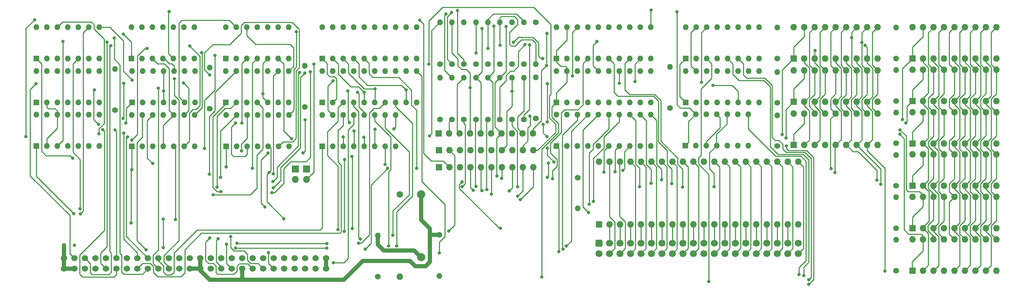
<source format=gbl>
G04 #@! TF.GenerationSoftware,KiCad,Pcbnew,(5.1.12)-1*
G04 #@! TF.CreationDate,2024-06-16T18:18:34+02:00*
G04 #@! TF.ProjectId,RAMbow,52414d62-6f77-42e6-9b69-6361645f7063,rev?*
G04 #@! TF.SameCoordinates,Original*
G04 #@! TF.FileFunction,Copper,L4,Bot*
G04 #@! TF.FilePolarity,Positive*
%FSLAX46Y46*%
G04 Gerber Fmt 4.6, Leading zero omitted, Abs format (unit mm)*
G04 Created by KiCad (PCBNEW (5.1.12)-1) date 2024-06-16 18:18:34*
%MOMM*%
%LPD*%
G01*
G04 APERTURE LIST*
G04 #@! TA.AperFunction,ComponentPad*
%ADD10C,1.600000*%
G04 #@! TD*
G04 #@! TA.AperFunction,ComponentPad*
%ADD11O,1.600000X1.600000*%
G04 #@! TD*
G04 #@! TA.AperFunction,ComponentPad*
%ADD12C,1.700000*%
G04 #@! TD*
G04 #@! TA.AperFunction,ComponentPad*
%ADD13C,1.524000*%
G04 #@! TD*
G04 #@! TA.AperFunction,ComponentPad*
%ADD14O,1.400000X1.400000*%
G04 #@! TD*
G04 #@! TA.AperFunction,ComponentPad*
%ADD15C,1.400000*%
G04 #@! TD*
G04 #@! TA.AperFunction,ComponentPad*
%ADD16R,1.400000X1.400000*%
G04 #@! TD*
G04 #@! TA.AperFunction,ComponentPad*
%ADD17R,1.600000X1.600000*%
G04 #@! TD*
G04 #@! TA.AperFunction,ComponentPad*
%ADD18R,1.700000X1.700000*%
G04 #@! TD*
G04 #@! TA.AperFunction,ComponentPad*
%ADD19O,1.700000X1.700000*%
G04 #@! TD*
G04 #@! TA.AperFunction,ComponentPad*
%ADD20C,2.000000*%
G04 #@! TD*
G04 #@! TA.AperFunction,ComponentPad*
%ADD21O,2.000000X2.000000*%
G04 #@! TD*
G04 #@! TA.AperFunction,ViaPad*
%ADD22C,0.800000*%
G04 #@! TD*
G04 #@! TA.AperFunction,Conductor*
%ADD23C,1.000000*%
G04 #@! TD*
G04 #@! TA.AperFunction,Conductor*
%ADD24C,0.250000*%
G04 #@! TD*
G04 APERTURE END LIST*
D10*
X119177080Y-93801080D03*
D11*
X119177080Y-113801080D03*
G04 #@! TA.AperFunction,ComponentPad*
G36*
G01*
X166817080Y-104801080D02*
X168017080Y-104801080D01*
G75*
G02*
X168267080Y-105051080I0J-250000D01*
G01*
X168267080Y-106251080D01*
G75*
G02*
X168017080Y-106501080I-250000J0D01*
G01*
X166817080Y-106501080D01*
G75*
G02*
X166567080Y-106251080I0J250000D01*
G01*
X166567080Y-105051080D01*
G75*
G02*
X166817080Y-104801080I250000J0D01*
G01*
G37*
G04 #@! TD.AperFunction*
D12*
X169957080Y-105651080D03*
X172497080Y-105651080D03*
X175037080Y-105651080D03*
X177577080Y-105651080D03*
X180117080Y-105651080D03*
X182657080Y-105651080D03*
X185197080Y-105651080D03*
X187737080Y-105651080D03*
X190277080Y-105651080D03*
X192817080Y-105651080D03*
X195357080Y-105651080D03*
X197897080Y-105651080D03*
X200437080Y-105651080D03*
X202977080Y-105651080D03*
X205517080Y-105651080D03*
X208057080Y-105651080D03*
X210597080Y-105651080D03*
X213137080Y-105651080D03*
X215677080Y-105651080D03*
X167417080Y-108191080D03*
X169957080Y-108191080D03*
X172497080Y-108191080D03*
X175037080Y-108191080D03*
X177577080Y-108191080D03*
X180117080Y-108191080D03*
X182657080Y-108191080D03*
X185197080Y-108191080D03*
X187737080Y-108191080D03*
X190277080Y-108191080D03*
X192817080Y-108191080D03*
X195357080Y-108191080D03*
X197897080Y-108191080D03*
X200437080Y-108191080D03*
X202977080Y-108191080D03*
X205517080Y-108191080D03*
X208057080Y-108191080D03*
X210597080Y-108191080D03*
X213137080Y-108191080D03*
X215677080Y-108191080D03*
D13*
X37851080Y-111831080D03*
X37851080Y-109291080D03*
X40391080Y-111831080D03*
X40391080Y-109291080D03*
X42931080Y-111831080D03*
X42931080Y-109291080D03*
X45471080Y-111831080D03*
X45471080Y-109291080D03*
X48011080Y-111831080D03*
X48011080Y-109291080D03*
X50551080Y-111831080D03*
X50551080Y-109291080D03*
X53091080Y-111831080D03*
X53091080Y-109291080D03*
X55631080Y-111831080D03*
X55631080Y-109291080D03*
X58171080Y-111831080D03*
X58171080Y-109291080D03*
X60711080Y-111831080D03*
X60711080Y-109291080D03*
X63251080Y-111831080D03*
X63251080Y-109291080D03*
X65791080Y-111831080D03*
X65791080Y-109291080D03*
X68331080Y-111831080D03*
X68331080Y-109291080D03*
X70871080Y-111831080D03*
X70871080Y-109291080D03*
X73411080Y-111831080D03*
X73411080Y-109291080D03*
X75951080Y-111831080D03*
X75951080Y-109291080D03*
X78491080Y-111831080D03*
X78491080Y-109291080D03*
X81031080Y-111831080D03*
X81031080Y-109291080D03*
X83571080Y-111831080D03*
X83571080Y-109291080D03*
X86111080Y-111831080D03*
X86111080Y-109291080D03*
X88651080Y-111831080D03*
X88651080Y-109291080D03*
X91191080Y-111831080D03*
X91191080Y-109291080D03*
X93731080Y-111831080D03*
X93731080Y-109291080D03*
X96271080Y-111831080D03*
X96271080Y-109291080D03*
X98811080Y-111831080D03*
X98811080Y-109291080D03*
X101351080Y-111831080D03*
X101351080Y-109291080D03*
D14*
X239397080Y-63561080D03*
D15*
X239397080Y-71061080D03*
D14*
X239397080Y-73871080D03*
D15*
X239397080Y-81371080D03*
X239397080Y-60751080D03*
D14*
X239397080Y-53251080D03*
D15*
X239397080Y-91681080D03*
D14*
X239397080Y-84181080D03*
X239397080Y-94491080D03*
D15*
X239397080Y-101991080D03*
X239397080Y-112301080D03*
D14*
X239397080Y-104801080D03*
X210647080Y-53251080D03*
D15*
X210647080Y-60751080D03*
X210647080Y-71551080D03*
D14*
X210647080Y-64051080D03*
D15*
X210647080Y-82051080D03*
D14*
X210647080Y-74551080D03*
D16*
X31097080Y-60801080D03*
D14*
X46337080Y-53181080D03*
X33637080Y-60801080D03*
X43797080Y-53181080D03*
X36177080Y-60801080D03*
X41257080Y-53181080D03*
X38717080Y-60801080D03*
X38717080Y-53181080D03*
X41257080Y-60801080D03*
X36177080Y-53181080D03*
X43797080Y-60801080D03*
X33637080Y-53181080D03*
X46337080Y-60801080D03*
X31097080Y-53181080D03*
X188447080Y-53181080D03*
X206227080Y-60801080D03*
X190987080Y-53181080D03*
X203687080Y-60801080D03*
X193527080Y-53181080D03*
X201147080Y-60801080D03*
X196067080Y-53181080D03*
X198607080Y-60801080D03*
X198607080Y-53181080D03*
X196067080Y-60801080D03*
X201147080Y-53181080D03*
X193527080Y-60801080D03*
X203687080Y-53181080D03*
X190987080Y-60801080D03*
X206227080Y-53181080D03*
D16*
X188447080Y-60801080D03*
X100397080Y-82101080D03*
D14*
X118177080Y-74481080D03*
X102937080Y-82101080D03*
X115637080Y-74481080D03*
X105477080Y-82101080D03*
X113097080Y-74481080D03*
X108017080Y-82101080D03*
X110557080Y-74481080D03*
X110557080Y-82101080D03*
X108017080Y-74481080D03*
X113097080Y-82101080D03*
X105477080Y-74481080D03*
X115637080Y-82101080D03*
X102937080Y-74481080D03*
X118177080Y-82101080D03*
X100397080Y-74481080D03*
X54347080Y-63806080D03*
X69587080Y-71426080D03*
X56887080Y-63806080D03*
X67047080Y-71426080D03*
X59427080Y-63806080D03*
X64507080Y-71426080D03*
X61967080Y-63806080D03*
X61967080Y-71426080D03*
X64507080Y-63806080D03*
X59427080Y-71426080D03*
X67047080Y-63806080D03*
X56887080Y-71426080D03*
X69587080Y-63806080D03*
D16*
X54347080Y-71426080D03*
D14*
X77097080Y-74481080D03*
X92337080Y-82101080D03*
X79637080Y-74481080D03*
X89797080Y-82101080D03*
X82177080Y-74481080D03*
X87257080Y-82101080D03*
X84717080Y-74481080D03*
X84717080Y-82101080D03*
X87257080Y-74481080D03*
X82177080Y-82101080D03*
X89797080Y-74481080D03*
X79637080Y-82101080D03*
X92337080Y-74481080D03*
D16*
X77097080Y-82101080D03*
X157147080Y-71426080D03*
D14*
X180007080Y-63806080D03*
X159687080Y-71426080D03*
X177467080Y-63806080D03*
X162227080Y-71426080D03*
X174927080Y-63806080D03*
X164767080Y-71426080D03*
X172387080Y-63806080D03*
X167307080Y-71426080D03*
X169847080Y-63806080D03*
X169847080Y-71426080D03*
X167307080Y-63806080D03*
X172387080Y-71426080D03*
X164767080Y-63806080D03*
X174927080Y-71426080D03*
X162227080Y-63806080D03*
X177467080Y-71426080D03*
X159687080Y-63806080D03*
X180007080Y-71426080D03*
X157147080Y-63806080D03*
D16*
X188447080Y-71451080D03*
D14*
X206227080Y-63831080D03*
X190987080Y-71451080D03*
X203687080Y-63831080D03*
X193527080Y-71451080D03*
X201147080Y-63831080D03*
X196067080Y-71451080D03*
X198607080Y-63831080D03*
X198607080Y-71451080D03*
X196067080Y-63831080D03*
X201147080Y-71451080D03*
X193527080Y-63831080D03*
X203687080Y-71451080D03*
X190987080Y-63831080D03*
X206227080Y-71451080D03*
X188447080Y-63831080D03*
D17*
X243397080Y-60801080D03*
D11*
X263717080Y-53181080D03*
X245937080Y-60801080D03*
X261177080Y-53181080D03*
X248477080Y-60801080D03*
X258637080Y-53181080D03*
X251017080Y-60801080D03*
X256097080Y-53181080D03*
X253557080Y-60801080D03*
X253557080Y-53181080D03*
X256097080Y-60801080D03*
X251017080Y-53181080D03*
X258637080Y-60801080D03*
X248477080Y-53181080D03*
X261177080Y-60801080D03*
X245937080Y-53181080D03*
X263717080Y-60801080D03*
X243397080Y-53181080D03*
X243397080Y-63481080D03*
X263717080Y-71101080D03*
X245937080Y-63481080D03*
X261177080Y-71101080D03*
X248477080Y-63481080D03*
X258637080Y-71101080D03*
X251017080Y-63481080D03*
X256097080Y-71101080D03*
X253557080Y-63481080D03*
X253557080Y-71101080D03*
X256097080Y-63481080D03*
X251017080Y-71101080D03*
X258637080Y-63481080D03*
X248477080Y-71101080D03*
X261177080Y-63481080D03*
X245937080Y-71101080D03*
X263717080Y-63481080D03*
D17*
X243397080Y-71101080D03*
X243397080Y-81401080D03*
D11*
X263717080Y-73781080D03*
X245937080Y-81401080D03*
X261177080Y-73781080D03*
X248477080Y-81401080D03*
X258637080Y-73781080D03*
X251017080Y-81401080D03*
X256097080Y-73781080D03*
X253557080Y-81401080D03*
X253557080Y-73781080D03*
X256097080Y-81401080D03*
X251017080Y-73781080D03*
X258637080Y-81401080D03*
X248477080Y-73781080D03*
X261177080Y-81401080D03*
X245937080Y-73781080D03*
X263717080Y-81401080D03*
X243397080Y-73781080D03*
X243397080Y-84081080D03*
X263717080Y-91701080D03*
X245937080Y-84081080D03*
X261177080Y-91701080D03*
X248477080Y-84081080D03*
X258637080Y-91701080D03*
X251017080Y-84081080D03*
X256097080Y-91701080D03*
X253557080Y-84081080D03*
X253557080Y-91701080D03*
X256097080Y-84081080D03*
X251017080Y-91701080D03*
X258637080Y-84081080D03*
X248477080Y-91701080D03*
X261177080Y-84081080D03*
X245937080Y-91701080D03*
X263717080Y-84081080D03*
D17*
X243397080Y-91701080D03*
X243397080Y-102001080D03*
D11*
X263717080Y-94381080D03*
X245937080Y-102001080D03*
X261177080Y-94381080D03*
X248477080Y-102001080D03*
X258637080Y-94381080D03*
X251017080Y-102001080D03*
X256097080Y-94381080D03*
X253557080Y-102001080D03*
X253557080Y-94381080D03*
X256097080Y-102001080D03*
X251017080Y-94381080D03*
X258637080Y-102001080D03*
X248477080Y-94381080D03*
X261177080Y-102001080D03*
X245937080Y-94381080D03*
X263717080Y-102001080D03*
X243397080Y-94381080D03*
D17*
X243397080Y-112301080D03*
D11*
X263717080Y-104681080D03*
X245937080Y-112301080D03*
X261177080Y-104681080D03*
X248477080Y-112301080D03*
X258637080Y-104681080D03*
X251017080Y-112301080D03*
X256097080Y-104681080D03*
X253557080Y-112301080D03*
X253557080Y-104681080D03*
X256097080Y-112301080D03*
X251017080Y-104681080D03*
X258637080Y-112301080D03*
X248477080Y-104681080D03*
X261177080Y-112301080D03*
X245937080Y-104681080D03*
X263717080Y-112301080D03*
X243397080Y-104681080D03*
X214647080Y-53181080D03*
X234967080Y-60801080D03*
X217187080Y-53181080D03*
X232427080Y-60801080D03*
X219727080Y-53181080D03*
X229887080Y-60801080D03*
X222267080Y-53181080D03*
X227347080Y-60801080D03*
X224807080Y-53181080D03*
X224807080Y-60801080D03*
X227347080Y-53181080D03*
X222267080Y-60801080D03*
X229887080Y-53181080D03*
X219727080Y-60801080D03*
X232427080Y-53181080D03*
X217187080Y-60801080D03*
X234967080Y-53181080D03*
D17*
X214647080Y-60801080D03*
D11*
X214647080Y-63681080D03*
X234967080Y-71301080D03*
X217187080Y-63681080D03*
X232427080Y-71301080D03*
X219727080Y-63681080D03*
X229887080Y-71301080D03*
X222267080Y-63681080D03*
X227347080Y-71301080D03*
X224807080Y-63681080D03*
X224807080Y-71301080D03*
X227347080Y-63681080D03*
X222267080Y-71301080D03*
X229887080Y-63681080D03*
X219727080Y-71301080D03*
X232427080Y-63681080D03*
X217187080Y-71301080D03*
X234967080Y-63681080D03*
D17*
X214647080Y-71301080D03*
X214647080Y-81801080D03*
D11*
X234967080Y-74181080D03*
X217187080Y-81801080D03*
X232427080Y-74181080D03*
X219727080Y-81801080D03*
X229887080Y-74181080D03*
X222267080Y-81801080D03*
X227347080Y-74181080D03*
X224807080Y-81801080D03*
X224807080Y-74181080D03*
X227347080Y-81801080D03*
X222267080Y-74181080D03*
X229887080Y-81801080D03*
X219727080Y-74181080D03*
X232427080Y-81801080D03*
X217187080Y-74181080D03*
X234967080Y-81801080D03*
X214647080Y-74181080D03*
D18*
X93837080Y-87621080D03*
D19*
X93837080Y-90161080D03*
D14*
X131803330Y-65391080D03*
D15*
X131803330Y-75551080D03*
X134709580Y-75551080D03*
D14*
X134709580Y-65391080D03*
D15*
X137615830Y-62081080D03*
D14*
X137615830Y-51921080D03*
X140522080Y-51921080D03*
D15*
X140522080Y-62081080D03*
X143428330Y-62081080D03*
D14*
X143428330Y-51921080D03*
D17*
X128647080Y-83076080D03*
D11*
X131187080Y-83076080D03*
X133727080Y-83076080D03*
X136267080Y-83076080D03*
X138807080Y-83076080D03*
X141347080Y-83076080D03*
X143887080Y-83076080D03*
X146427080Y-83076080D03*
X148967080Y-83076080D03*
X151507080Y-83076080D03*
D16*
X31147080Y-71426080D03*
D14*
X46387080Y-63806080D03*
X33687080Y-71426080D03*
X43847080Y-63806080D03*
X36227080Y-71426080D03*
X41307080Y-63806080D03*
X38767080Y-71426080D03*
X38767080Y-63806080D03*
X41307080Y-71426080D03*
X36227080Y-63806080D03*
X43847080Y-71426080D03*
X33687080Y-63806080D03*
X46387080Y-71426080D03*
X31147080Y-63806080D03*
D15*
X113827080Y-113797080D03*
D14*
X113827080Y-103797080D03*
D15*
X128783080Y-103637080D03*
D14*
X128783080Y-113637080D03*
X184647080Y-62801080D03*
D15*
X184647080Y-72801080D03*
X96147080Y-72551080D03*
D14*
X96147080Y-62551080D03*
D15*
X50147080Y-73301080D03*
D14*
X50147080Y-63301080D03*
X73147080Y-62926080D03*
D15*
X73147080Y-72926080D03*
D14*
X152147080Y-65301080D03*
D15*
X152147080Y-75301080D03*
D14*
X31097080Y-74381080D03*
X46337080Y-82001080D03*
X33637080Y-74381080D03*
X43797080Y-82001080D03*
X36177080Y-74381080D03*
X41257080Y-82001080D03*
X38717080Y-74381080D03*
X38717080Y-82001080D03*
X41257080Y-74381080D03*
X36177080Y-82001080D03*
X43797080Y-74381080D03*
X33637080Y-82001080D03*
X46337080Y-74381080D03*
D16*
X31097080Y-82001080D03*
D14*
X157147080Y-53181080D03*
X180007080Y-60801080D03*
X159687080Y-53181080D03*
X177467080Y-60801080D03*
X162227080Y-53181080D03*
X174927080Y-60801080D03*
X164767080Y-53181080D03*
X172387080Y-60801080D03*
X167307080Y-53181080D03*
X169847080Y-60801080D03*
X169847080Y-53181080D03*
X167307080Y-60801080D03*
X172387080Y-53181080D03*
X164767080Y-60801080D03*
X174927080Y-53181080D03*
X162227080Y-60801080D03*
X177467080Y-53181080D03*
X159687080Y-60801080D03*
X180007080Y-53181080D03*
D16*
X157147080Y-60801080D03*
X157147080Y-82051080D03*
D14*
X180007080Y-74431080D03*
X159687080Y-82051080D03*
X177467080Y-74431080D03*
X162227080Y-82051080D03*
X174927080Y-74431080D03*
X164767080Y-82051080D03*
X172387080Y-74431080D03*
X167307080Y-82051080D03*
X169847080Y-74431080D03*
X169847080Y-82051080D03*
X167307080Y-74431080D03*
X172387080Y-82051080D03*
X164767080Y-74431080D03*
X174927080Y-82051080D03*
X162227080Y-74431080D03*
X177467080Y-82051080D03*
X159687080Y-74431080D03*
X180007080Y-82051080D03*
X157147080Y-74431080D03*
D16*
X54197080Y-60801080D03*
D14*
X69437080Y-53181080D03*
X56737080Y-60801080D03*
X66897080Y-53181080D03*
X59277080Y-60801080D03*
X64357080Y-53181080D03*
X61817080Y-60801080D03*
X61817080Y-53181080D03*
X64357080Y-60801080D03*
X59277080Y-53181080D03*
X66897080Y-60801080D03*
X56737080Y-53181080D03*
X69437080Y-60801080D03*
X54197080Y-53181080D03*
X76997080Y-53131080D03*
X92237080Y-60751080D03*
X79537080Y-53131080D03*
X89697080Y-60751080D03*
X82077080Y-53131080D03*
X87157080Y-60751080D03*
X84617080Y-53131080D03*
X84617080Y-60751080D03*
X87157080Y-53131080D03*
X82077080Y-60751080D03*
X89697080Y-53131080D03*
X79537080Y-60751080D03*
X92237080Y-53131080D03*
D16*
X76997080Y-60751080D03*
X77063746Y-71426080D03*
D14*
X92303746Y-63806080D03*
X79603746Y-71426080D03*
X89763746Y-63806080D03*
X82143746Y-71426080D03*
X87223746Y-63806080D03*
X84683746Y-71426080D03*
X84683746Y-63806080D03*
X87223746Y-71426080D03*
X82143746Y-63806080D03*
X89763746Y-71426080D03*
X79603746Y-63806080D03*
X92303746Y-71426080D03*
X77063746Y-63806080D03*
X54247080Y-74481080D03*
X69487080Y-82101080D03*
X56787080Y-74481080D03*
X66947080Y-82101080D03*
X59327080Y-74481080D03*
X64407080Y-82101080D03*
X61867080Y-74481080D03*
X61867080Y-82101080D03*
X64407080Y-74481080D03*
X59327080Y-82101080D03*
X66947080Y-74481080D03*
X56787080Y-82101080D03*
X69487080Y-74481080D03*
D16*
X54247080Y-82101080D03*
X188347080Y-81901080D03*
D14*
X203587080Y-74281080D03*
X190887080Y-81901080D03*
X201047080Y-74281080D03*
X193427080Y-81901080D03*
X198507080Y-74281080D03*
X195967080Y-81901080D03*
X195967080Y-74281080D03*
X198507080Y-81901080D03*
X193427080Y-74281080D03*
X201047080Y-81901080D03*
X190887080Y-74281080D03*
X203587080Y-81901080D03*
X188347080Y-74281080D03*
D20*
X124327080Y-109041080D03*
D21*
X124327080Y-93801080D03*
D15*
X128897080Y-75551080D03*
D14*
X128897080Y-65391080D03*
D15*
X137615830Y-75551080D03*
D14*
X137615830Y-65391080D03*
X140522080Y-65391080D03*
D15*
X140522080Y-75551080D03*
D14*
X143428330Y-65391080D03*
D15*
X143428330Y-75551080D03*
X146334580Y-75551080D03*
D14*
X146334580Y-65391080D03*
D15*
X149240830Y-75551080D03*
D14*
X149240830Y-65391080D03*
D15*
X128897080Y-62081080D03*
D14*
X128897080Y-51921080D03*
X131803330Y-51921080D03*
D15*
X131803330Y-62081080D03*
D14*
X134709580Y-51921080D03*
D15*
X134709580Y-62081080D03*
D14*
X146334580Y-51921080D03*
D15*
X146334580Y-62081080D03*
D14*
X149240830Y-51921080D03*
D15*
X149240830Y-62081080D03*
X152157080Y-51931080D03*
D14*
X152157080Y-62091080D03*
D11*
X151457080Y-78951080D03*
X148917080Y-78951080D03*
X146377080Y-78951080D03*
X143837080Y-78951080D03*
X141297080Y-78951080D03*
X138757080Y-78951080D03*
X136217080Y-78951080D03*
X133677080Y-78951080D03*
X131137080Y-78951080D03*
D17*
X128597080Y-78951080D03*
X128697080Y-87201080D03*
D11*
X131237080Y-87201080D03*
X133777080Y-87201080D03*
X136317080Y-87201080D03*
X138857080Y-87201080D03*
X141397080Y-87201080D03*
X143937080Y-87201080D03*
X146477080Y-87201080D03*
X149017080Y-87201080D03*
X151557080Y-87201080D03*
D17*
X167417080Y-101051080D03*
D11*
X215677080Y-85811080D03*
X169957080Y-101051080D03*
X213137080Y-85811080D03*
X172497080Y-101051080D03*
X210597080Y-85811080D03*
X175037080Y-101051080D03*
X208057080Y-85811080D03*
X177577080Y-101051080D03*
X205517080Y-85811080D03*
X180117080Y-101051080D03*
X202977080Y-85811080D03*
X182657080Y-101051080D03*
X200437080Y-85811080D03*
X185197080Y-101051080D03*
X197897080Y-85811080D03*
X187737080Y-101051080D03*
X195357080Y-85811080D03*
X190277080Y-101051080D03*
X192817080Y-85811080D03*
X192817080Y-101051080D03*
X190277080Y-85811080D03*
X195357080Y-101051080D03*
X187737080Y-85811080D03*
X197897080Y-101051080D03*
X185197080Y-85811080D03*
X200437080Y-101051080D03*
X182657080Y-85811080D03*
X202977080Y-101051080D03*
X180117080Y-85811080D03*
X205517080Y-101051080D03*
X177577080Y-85811080D03*
X208057080Y-101051080D03*
X175037080Y-85811080D03*
X210597080Y-101051080D03*
X172497080Y-85811080D03*
X213137080Y-101051080D03*
X169957080Y-85811080D03*
X215677080Y-101051080D03*
X167417080Y-85811080D03*
D16*
X100397080Y-71426080D03*
D14*
X123257080Y-63806080D03*
X102937080Y-71426080D03*
X120717080Y-63806080D03*
X105477080Y-71426080D03*
X118177080Y-63806080D03*
X108017080Y-71426080D03*
X115637080Y-63806080D03*
X110557080Y-71426080D03*
X113097080Y-63806080D03*
X113097080Y-71426080D03*
X110557080Y-63806080D03*
X115637080Y-71426080D03*
X108017080Y-63806080D03*
X118177080Y-71426080D03*
X105477080Y-63806080D03*
X120717080Y-71426080D03*
X102937080Y-63806080D03*
X123257080Y-71426080D03*
X100397080Y-63806080D03*
X100397080Y-53181080D03*
X123257080Y-60801080D03*
X102937080Y-53181080D03*
X120717080Y-60801080D03*
X105477080Y-53181080D03*
X118177080Y-60801080D03*
X108017080Y-53181080D03*
X115637080Y-60801080D03*
X110557080Y-53181080D03*
X113097080Y-60801080D03*
X113097080Y-53181080D03*
X110557080Y-60801080D03*
X115637080Y-53181080D03*
X108017080Y-60801080D03*
X118177080Y-53181080D03*
X105477080Y-60801080D03*
X120717080Y-53181080D03*
X102937080Y-60801080D03*
X123257080Y-53181080D03*
D16*
X100397080Y-60801080D03*
D18*
X96567080Y-87621080D03*
D19*
X96567080Y-90161080D03*
D15*
X162247080Y-89701080D03*
D14*
X162247080Y-97201080D03*
D22*
X37851080Y-106177080D03*
X40391080Y-106177080D03*
X212747080Y-80051080D03*
X148427080Y-95031080D03*
X73967080Y-93881080D03*
X228647080Y-55726070D03*
X149537080Y-57421080D03*
X236697080Y-112451080D03*
X231917080Y-57576080D03*
X133197080Y-49076090D03*
X231147080Y-56851080D03*
X150607080Y-57471080D03*
X131697080Y-49601080D03*
X234797080Y-90351080D03*
X137637082Y-91881080D03*
X235697080Y-91321080D03*
X140257080Y-92571080D03*
X224567080Y-88481080D03*
X147697080Y-91901078D03*
X219747080Y-58826070D03*
X52817080Y-76421080D03*
X79357080Y-76471080D03*
X240347080Y-78101080D03*
X168667082Y-88381080D03*
X143797080Y-89876070D03*
X73067080Y-88891080D03*
X110597080Y-69001080D03*
X120717076Y-68401084D03*
X113147080Y-68101080D03*
X195047080Y-67251080D03*
X73157080Y-104331080D03*
X64797080Y-99871080D03*
X54097080Y-100731080D03*
X54217080Y-87741080D03*
X75737080Y-89641078D03*
X173197080Y-87931080D03*
X211847080Y-79226090D03*
X147707080Y-94221080D03*
X74877080Y-92006070D03*
X141397080Y-93671080D03*
X97477080Y-63951080D03*
X88197080Y-93401080D03*
X195297080Y-91901080D03*
X131047080Y-102701080D03*
X59297080Y-86251080D03*
X57747080Y-107271080D03*
X66787080Y-66681080D03*
X31067080Y-66841080D03*
X86487080Y-96821080D03*
X87237080Y-83701080D03*
X96267080Y-75701080D03*
X95747080Y-83731080D03*
X91087080Y-99681080D03*
X87397080Y-107891080D03*
X87487080Y-88491080D03*
X39947080Y-84941080D03*
X240347080Y-79151080D03*
X171367080Y-88251080D03*
X145727080Y-92961080D03*
X75857080Y-93151080D03*
X139117080Y-92871080D03*
X88537080Y-92211080D03*
X96197080Y-64282759D03*
X155197080Y-86201080D03*
X154917078Y-89641080D03*
X124007080Y-51431080D03*
X80907080Y-76461080D03*
X156547080Y-85876080D03*
X154884740Y-82488740D03*
X126197080Y-62151080D03*
X144897080Y-52976080D03*
X142697080Y-89326080D03*
X115677082Y-86521080D03*
X116477080Y-106326080D03*
X101457080Y-106861080D03*
X79437080Y-106811080D03*
X113157080Y-77926080D03*
X47217082Y-78071078D03*
X117537080Y-103671080D03*
X101527080Y-105711080D03*
X79777080Y-105651078D03*
X110507080Y-79921080D03*
X50147080Y-78131080D03*
X139047080Y-53451080D03*
X117747080Y-77901080D03*
X141947080Y-52901080D03*
X108097080Y-78401080D03*
X105467080Y-79781080D03*
X52267080Y-78871080D03*
X103077080Y-110421080D03*
X53257080Y-79831080D03*
X160997080Y-65001080D03*
X146334580Y-68713580D03*
X108947080Y-68951080D03*
X154747080Y-62451080D03*
X154817080Y-54661080D03*
X64617080Y-65651080D03*
X49977080Y-55781080D03*
X194067080Y-114931080D03*
X60657080Y-68001080D03*
X192247080Y-66501080D03*
X154897080Y-76151080D03*
X176147080Y-66351080D03*
X154897080Y-66901074D03*
X126377080Y-79521080D03*
X166967080Y-56621080D03*
X217027080Y-113531080D03*
X49177080Y-57631080D03*
X218247080Y-114551080D03*
X48277080Y-56801080D03*
X172397080Y-66801080D03*
X136217080Y-67901080D03*
X241747080Y-76401080D03*
X136997080Y-92806070D03*
X88467080Y-90641080D03*
X94897080Y-64181080D03*
X240947080Y-75551080D03*
X88529539Y-88798411D03*
X77187080Y-105931080D03*
X40157080Y-98461080D03*
X187647080Y-92001080D03*
X107647080Y-102051080D03*
X107597080Y-84551080D03*
X153847080Y-60801080D03*
X146747080Y-56776080D03*
X37547080Y-56651080D03*
X156197080Y-89951080D03*
X134234420Y-90738420D03*
X143617080Y-102021080D03*
X185097080Y-91201080D03*
X105747080Y-102751080D03*
X105797080Y-85351080D03*
X180047080Y-48976080D03*
X75157080Y-104561080D03*
X41747080Y-97261080D03*
X153537080Y-113871080D03*
X158697080Y-107101080D03*
X159497080Y-106351080D03*
X164897080Y-98151080D03*
X165047080Y-96121080D03*
X166097080Y-95476090D03*
X177237080Y-91931080D03*
X180087080Y-91061080D03*
X182607080Y-90271080D03*
X157697080Y-107651080D03*
X78207080Y-104071080D03*
X63337080Y-49361080D03*
X61887080Y-106701080D03*
X61907080Y-99831080D03*
X41787080Y-98511080D03*
X215917080Y-113301080D03*
X212847080Y-82051080D03*
X218247080Y-115651080D03*
X77077080Y-87111080D03*
X30707080Y-51341080D03*
X54377080Y-66021080D03*
X28639801Y-79717208D03*
X186297080Y-49401080D03*
X94102070Y-54271080D03*
X46307080Y-79061080D03*
X80837080Y-83231080D03*
X103057080Y-66171080D03*
X74387080Y-60026080D03*
X71837080Y-82651080D03*
X92937080Y-80271080D03*
X86037080Y-69281080D03*
X83467080Y-87471080D03*
X52287080Y-66801080D03*
X52102090Y-75301080D03*
X150647080Y-74701080D03*
X61967080Y-68681080D03*
X106597080Y-68651080D03*
X106997080Y-76376080D03*
X73127080Y-64751080D03*
X68297080Y-57751080D03*
X143457080Y-57571080D03*
X137647080Y-59401080D03*
X71147080Y-59301080D03*
X54227080Y-80571080D03*
X57997080Y-58346070D03*
X140527080Y-58341080D03*
X223687080Y-87556070D03*
X134297080Y-91951080D03*
X130334420Y-49938420D03*
X153897080Y-76801080D03*
X154797080Y-79751078D03*
X46247080Y-76801080D03*
X45187080Y-68421080D03*
X52207080Y-54801080D03*
X128747080Y-108051080D03*
X110797080Y-107051080D03*
X116237080Y-87471080D03*
X123217080Y-87471080D03*
X118397080Y-106326080D03*
X109227080Y-105651080D03*
X109627080Y-104601080D03*
X104197080Y-102351080D03*
X98397080Y-62151080D03*
D23*
X70871080Y-111831080D02*
X68331080Y-111831080D01*
X70871080Y-111831080D02*
X70871080Y-109291080D01*
X124327080Y-93801080D02*
X124327080Y-99943080D01*
X124327080Y-99943080D02*
X126497080Y-102113080D01*
X126751080Y-103637080D02*
X126497080Y-103891080D01*
X128783080Y-103637080D02*
X126751080Y-103637080D01*
X126497080Y-102113080D02*
X126497080Y-103891080D01*
X81031080Y-114305080D02*
X81031080Y-111831080D01*
X105669080Y-114559080D02*
X81285080Y-114559080D01*
X110241080Y-109987080D02*
X105669080Y-114559080D01*
X121671080Y-109987080D02*
X110241080Y-109987080D01*
X122941080Y-111257080D02*
X121671080Y-109987080D01*
X125481080Y-111257080D02*
X122941080Y-111257080D01*
X126497080Y-110241080D02*
X125481080Y-111257080D01*
X126497080Y-103891080D02*
X126497080Y-110241080D01*
X70871080Y-112273080D02*
X70871080Y-111831080D01*
X73157080Y-114559080D02*
X70871080Y-112273080D01*
X81031080Y-114559080D02*
X73157080Y-114559080D01*
X115321080Y-107447080D02*
X113827080Y-105953080D01*
X113827080Y-105953080D02*
X113827080Y-103797080D01*
X122687080Y-107447080D02*
X115321080Y-107447080D01*
X124281080Y-109041080D02*
X122687080Y-107447080D01*
X124327080Y-109041080D02*
X124281080Y-109041080D01*
X101351080Y-109291080D02*
X101351080Y-111831080D01*
X37851080Y-109291080D02*
X37851080Y-111831080D01*
X37851080Y-111831080D02*
X40391080Y-111831080D01*
X37851080Y-109291080D02*
X37851080Y-106177080D01*
D24*
X247197080Y-54461080D02*
X247197080Y-62201080D01*
X247197080Y-80951080D02*
X247197080Y-82024670D01*
X247197080Y-91151080D02*
X247197080Y-92324670D01*
X247147080Y-101301080D02*
X247147080Y-102574670D01*
X247197080Y-70451080D02*
X247197080Y-72501080D01*
X218447080Y-62401080D02*
X219727080Y-63681080D01*
X218447080Y-54461080D02*
X218447080Y-62401080D01*
X219727080Y-53181080D02*
X218447080Y-54461080D01*
X248477080Y-73781080D02*
X248477080Y-79671080D01*
X247197080Y-62201080D02*
X248477080Y-63481080D01*
X248477080Y-79671080D02*
X247197080Y-80951080D01*
X247197080Y-72501080D02*
X248477080Y-73781080D01*
X248477080Y-84081080D02*
X248477080Y-89871080D01*
X248477080Y-93604670D02*
X248477080Y-94381080D01*
X248497080Y-63501080D02*
X248497080Y-69151080D01*
X248477080Y-63481080D02*
X248497080Y-63501080D01*
X248497080Y-69151080D02*
X247197080Y-70451080D01*
X247147080Y-102574670D02*
X248477080Y-103904670D01*
X248477080Y-103904670D02*
X248477080Y-104681080D01*
X247197080Y-82024670D02*
X248477080Y-83304670D01*
X248477080Y-99971080D02*
X247147080Y-101301080D01*
X248477080Y-94381080D02*
X248477080Y-99971080D01*
X248477080Y-53181080D02*
X247197080Y-54461080D01*
X247197080Y-92324670D02*
X248477080Y-93604670D01*
X248477080Y-83304670D02*
X248477080Y-84081080D01*
X248477080Y-89871080D02*
X247197080Y-91151080D01*
X219727080Y-73681080D02*
X219727080Y-74181080D01*
X218437080Y-72391080D02*
X219727080Y-73681080D01*
X218437080Y-70761080D02*
X218437080Y-72391080D01*
X219727080Y-69471080D02*
X218437080Y-70761080D01*
X219727080Y-63681080D02*
X219727080Y-69471080D01*
X217187080Y-63681080D02*
X217187080Y-65561080D01*
X214647080Y-68101080D02*
X214647080Y-71301080D01*
X217187080Y-65561080D02*
X214647080Y-68101080D01*
X212747080Y-73201080D02*
X212747080Y-80051080D01*
X214647080Y-71301080D02*
X212747080Y-73201080D01*
X151557080Y-87201080D02*
X151557080Y-91901080D01*
X151557080Y-91901080D02*
X148427080Y-95031080D01*
X82967080Y-93881080D02*
X73967080Y-93881080D01*
X84597080Y-92251080D02*
X82967080Y-93881080D01*
X84597080Y-84221080D02*
X84597080Y-92251080D01*
X86017080Y-82801080D02*
X84597080Y-84221080D01*
X86017080Y-72759414D02*
X86017080Y-82801080D01*
X84683746Y-71426080D02*
X86017080Y-72759414D01*
X228597080Y-72891080D02*
X229887080Y-74181080D01*
X228597080Y-70801080D02*
X228597080Y-72891080D01*
X229887080Y-69511080D02*
X228597080Y-70801080D01*
X229887080Y-63681080D02*
X229887080Y-69511080D01*
X257347080Y-62191080D02*
X258637080Y-63481080D01*
X257347080Y-54471080D02*
X257347080Y-62191080D01*
X258637080Y-53181080D02*
X257347080Y-54471080D01*
X257397080Y-72541080D02*
X258637080Y-73781080D01*
X257397080Y-70451080D02*
X257397080Y-72541080D01*
X258637080Y-69211080D02*
X257397080Y-70451080D01*
X258637080Y-63481080D02*
X258637080Y-69211080D01*
X257347080Y-82791080D02*
X258637080Y-84081080D01*
X257347080Y-80851080D02*
X257347080Y-82791080D01*
X258637080Y-79561080D02*
X257347080Y-80851080D01*
X258637080Y-73781080D02*
X258637080Y-79561080D01*
X257397080Y-93141080D02*
X258637080Y-94381080D01*
X257397080Y-91201080D02*
X257397080Y-93141080D01*
X258637080Y-89961080D02*
X257397080Y-91201080D01*
X258637080Y-84081080D02*
X258637080Y-89961080D01*
X257397080Y-103441080D02*
X258637080Y-104681080D01*
X257397080Y-101351080D02*
X257397080Y-103441080D01*
X258637080Y-100111080D02*
X257397080Y-101351080D01*
X258637080Y-94381080D02*
X258637080Y-100111080D01*
X229897080Y-53191080D02*
X229887080Y-53181080D01*
X229887080Y-63681080D02*
X228647080Y-62441080D01*
X228647080Y-62441080D02*
X228647080Y-55726070D01*
X229887080Y-53181080D02*
X228647080Y-54421080D01*
X228647080Y-54421080D02*
X228647080Y-55726070D01*
X147917080Y-59041080D02*
X149537080Y-57421080D01*
X147917080Y-62656080D02*
X147917080Y-59041080D01*
X146772080Y-63801080D02*
X147917080Y-62656080D01*
X146017080Y-63801080D02*
X146772080Y-63801080D01*
X144947080Y-64871080D02*
X146017080Y-63801080D01*
X144947080Y-66201080D02*
X144947080Y-64871080D01*
X143428330Y-67719830D02*
X144947080Y-66201080D01*
X143428330Y-75551080D02*
X143428330Y-67719830D01*
X233747080Y-69981080D02*
X232427080Y-71301080D01*
X233747080Y-63151080D02*
X233747080Y-69981080D01*
X232427080Y-61831080D02*
X233747080Y-63151080D01*
X232427080Y-60801080D02*
X232427080Y-61831080D01*
X233697080Y-80531080D02*
X232427080Y-81801080D01*
X233697080Y-73551080D02*
X233697080Y-80531080D01*
X232427080Y-72281080D02*
X233697080Y-73551080D01*
X232427080Y-71301080D02*
X232427080Y-72281080D01*
X262447080Y-69831080D02*
X261177080Y-71101080D01*
X262447080Y-62901080D02*
X262447080Y-69831080D01*
X261197080Y-61651080D02*
X262447080Y-62901080D01*
X261197080Y-60821080D02*
X261197080Y-61651080D01*
X261177080Y-60801080D02*
X261197080Y-60821080D01*
X262447080Y-80131080D02*
X261177080Y-81401080D01*
X262447080Y-73151080D02*
X262447080Y-80131080D01*
X261177080Y-71881080D02*
X262447080Y-73151080D01*
X261177080Y-71101080D02*
X261177080Y-71881080D01*
X262447080Y-90431080D02*
X261177080Y-91701080D01*
X262447080Y-83401080D02*
X262447080Y-90431080D01*
X261177080Y-82131080D02*
X262447080Y-83401080D01*
X261177080Y-81401080D02*
X261177080Y-82131080D01*
X262447080Y-93801080D02*
X262447080Y-100731080D01*
X262447080Y-100731080D02*
X261177080Y-102001080D01*
X261177080Y-92531080D02*
X262447080Y-93801080D01*
X261177080Y-91701080D02*
X261177080Y-92531080D01*
X262447080Y-111031080D02*
X261177080Y-112301080D01*
X262447080Y-104051080D02*
X262447080Y-111031080D01*
X261177080Y-102781080D02*
X262447080Y-104051080D01*
X261177080Y-102001080D02*
X261177080Y-102781080D01*
X236697080Y-87401080D02*
X236697080Y-112451080D01*
X232427080Y-83131080D02*
X236697080Y-87401080D01*
X232427080Y-81801080D02*
X232427080Y-83131080D01*
X232397080Y-60771080D02*
X232427080Y-60801080D01*
X232427080Y-58086080D02*
X231917080Y-57576080D01*
X232427080Y-60801080D02*
X232427080Y-58086080D01*
X233697080Y-62411080D02*
X234967080Y-63681080D01*
X233697080Y-54451080D02*
X233697080Y-62411080D01*
X234967080Y-53181080D02*
X233697080Y-54451080D01*
X233697080Y-72911080D02*
X234967080Y-74181080D01*
X233697080Y-70701080D02*
X233697080Y-72911080D01*
X234967080Y-69431080D02*
X233697080Y-70701080D01*
X234967080Y-63681080D02*
X234967080Y-69431080D01*
X262447080Y-62211080D02*
X263717080Y-63481080D01*
X262447080Y-54451080D02*
X262447080Y-62211080D01*
X263717080Y-53181080D02*
X262447080Y-54451080D01*
X262447080Y-72511080D02*
X263717080Y-73781080D01*
X262447080Y-70551080D02*
X262447080Y-72511080D01*
X263717080Y-69281080D02*
X262447080Y-70551080D01*
X263717080Y-63481080D02*
X263717080Y-69281080D01*
X263717080Y-73781080D02*
X263717080Y-79531080D01*
X263717080Y-79531080D02*
X262447080Y-80801080D01*
X262447080Y-80801080D02*
X262447080Y-82764670D01*
X262447080Y-82764670D02*
X263717080Y-84034670D01*
X263717080Y-84034670D02*
X263717080Y-84081080D01*
X262447080Y-93111080D02*
X263717080Y-94381080D01*
X262447080Y-91151080D02*
X262447080Y-93111080D01*
X263717080Y-89881080D02*
X262447080Y-91151080D01*
X263717080Y-84081080D02*
X263717080Y-89881080D01*
X262447080Y-103411080D02*
X263717080Y-104681080D01*
X262447080Y-101367490D02*
X262447080Y-103411080D01*
X263717080Y-100097490D02*
X262447080Y-101367490D01*
X263717080Y-94381080D02*
X263717080Y-100097490D01*
X134709580Y-62081080D02*
X134709580Y-60983580D01*
X134709580Y-60983580D02*
X133197080Y-59471080D01*
X133197080Y-59471080D02*
X133197080Y-49076090D01*
X231147080Y-62401080D02*
X232427080Y-63681080D01*
X232427080Y-53181080D02*
X231147080Y-54461080D01*
X231147080Y-72901080D02*
X232427080Y-74181080D01*
X232427080Y-69471080D02*
X231147080Y-70751080D01*
X231147080Y-70751080D02*
X231147080Y-72901080D01*
X232427080Y-63681080D02*
X232427080Y-69471080D01*
X259947080Y-62251080D02*
X261177080Y-63481080D01*
X259947080Y-54411080D02*
X259947080Y-62251080D01*
X261177080Y-53181080D02*
X259947080Y-54411080D01*
X259897080Y-72501080D02*
X261177080Y-73781080D01*
X259897080Y-70551080D02*
X259897080Y-72501080D01*
X261177080Y-69271080D02*
X259897080Y-70551080D01*
X261177080Y-63481080D02*
X261177080Y-69271080D01*
X259947080Y-82851080D02*
X261177080Y-84081080D01*
X259947080Y-80727490D02*
X259947080Y-82851080D01*
X261177080Y-79497490D02*
X259947080Y-80727490D01*
X261177080Y-73781080D02*
X261177080Y-79497490D01*
X259897080Y-93101080D02*
X261177080Y-94381080D01*
X259897080Y-91151080D02*
X259897080Y-93101080D01*
X261177080Y-89871080D02*
X259897080Y-91151080D01*
X261177080Y-84081080D02*
X261177080Y-89871080D01*
X259897080Y-101377490D02*
X259897080Y-103401080D01*
X261177080Y-100097490D02*
X259897080Y-101377490D01*
X259897080Y-103401080D02*
X261177080Y-104681080D01*
X261177080Y-94381080D02*
X261177080Y-100097490D01*
X231147080Y-56851080D02*
X231147080Y-62401080D01*
X231147080Y-54461080D02*
X231147080Y-56851080D01*
X150607080Y-73091080D02*
X150607080Y-57471080D01*
X149240830Y-74457330D02*
X150607080Y-73091080D01*
X149240830Y-75551080D02*
X149240830Y-74457330D01*
X226097080Y-62431080D02*
X227347080Y-63681080D01*
X226097080Y-54431080D02*
X226097080Y-62431080D01*
X227347080Y-53181080D02*
X226097080Y-54431080D01*
X226047080Y-72881080D02*
X227347080Y-74181080D01*
X226047080Y-70851080D02*
X226047080Y-72881080D01*
X227347080Y-69551080D02*
X226047080Y-70851080D01*
X227347080Y-63681080D02*
X227347080Y-69551080D01*
X254847080Y-62231080D02*
X256097080Y-63481080D01*
X254847080Y-54431080D02*
X254847080Y-62231080D01*
X256097080Y-53181080D02*
X254847080Y-54431080D01*
X254847080Y-72531080D02*
X256097080Y-73781080D01*
X254847080Y-70501080D02*
X254847080Y-72531080D01*
X256097080Y-69251080D02*
X254847080Y-70501080D01*
X256097080Y-63481080D02*
X256097080Y-69251080D01*
X254847080Y-80751080D02*
X254847080Y-82831080D01*
X254847080Y-82831080D02*
X256097080Y-84081080D01*
X256097080Y-79501080D02*
X254847080Y-80751080D01*
X256097080Y-73781080D02*
X256097080Y-79501080D01*
X256097080Y-84081080D02*
X256097080Y-89851080D01*
X254847080Y-93064670D02*
X256097080Y-94314670D01*
X256097080Y-89851080D02*
X254847080Y-91101080D01*
X254847080Y-91101080D02*
X254847080Y-93064670D01*
X256097080Y-94314670D02*
X256097080Y-94381080D01*
X256097080Y-104664670D02*
X256097080Y-104681080D01*
X254847080Y-101401080D02*
X254847080Y-103414670D01*
X256097080Y-94381080D02*
X256097080Y-100151080D01*
X256097080Y-100151080D02*
X254847080Y-101401080D01*
X254847080Y-103414670D02*
X256097080Y-104664670D01*
X130667080Y-50631080D02*
X131697080Y-49601080D01*
X130667080Y-60944830D02*
X130667080Y-50631080D01*
X131803330Y-62081080D02*
X130667080Y-60944830D01*
X228597080Y-70051080D02*
X227347080Y-71301080D01*
X228597080Y-63101080D02*
X228597080Y-70051080D01*
X227347080Y-61851080D02*
X228597080Y-63101080D01*
X227347080Y-60801080D02*
X227347080Y-61851080D01*
X228597080Y-73551080D02*
X228597080Y-80551080D01*
X228597080Y-80551080D02*
X227347080Y-81801080D01*
X227347080Y-72301080D02*
X228597080Y-73551080D01*
X227347080Y-71301080D02*
X227347080Y-72301080D01*
X257397080Y-69801080D02*
X256097080Y-71101080D01*
X257397080Y-62951080D02*
X257397080Y-69801080D01*
X256097080Y-61651080D02*
X257397080Y-62951080D01*
X256097080Y-60801080D02*
X256097080Y-61651080D01*
X257347080Y-80151080D02*
X256097080Y-81401080D01*
X257347080Y-73151080D02*
X257347080Y-80151080D01*
X256097080Y-71901080D02*
X257347080Y-73151080D01*
X256097080Y-71101080D02*
X256097080Y-71901080D01*
X257397080Y-90401080D02*
X256097080Y-91701080D01*
X257397080Y-83501080D02*
X257397080Y-90401080D01*
X256097080Y-82201080D02*
X257397080Y-83501080D01*
X256097080Y-81401080D02*
X256097080Y-82201080D01*
X257397080Y-100701080D02*
X256097080Y-102001080D01*
X256097080Y-92551080D02*
X257397080Y-93851080D01*
X257397080Y-93851080D02*
X257397080Y-100701080D01*
X256097080Y-91701080D02*
X256097080Y-92551080D01*
X257397080Y-111001080D02*
X256097080Y-112301080D01*
X257397080Y-104101080D02*
X257397080Y-111001080D01*
X256097080Y-102801080D02*
X257397080Y-104101080D01*
X256097080Y-102001080D02*
X256097080Y-102801080D01*
X137467080Y-91711078D02*
X137637082Y-91881080D01*
X137467080Y-75699830D02*
X137467080Y-91711078D01*
X137615830Y-75551080D02*
X137467080Y-75699830D01*
X230177080Y-83361080D02*
X234797080Y-87981080D01*
X228927080Y-83361080D02*
X230177080Y-83361080D01*
X234797080Y-87981080D02*
X234797080Y-90351080D01*
X227367080Y-81801080D02*
X228927080Y-83361080D01*
X227347080Y-81801080D02*
X227367080Y-81801080D01*
X231147080Y-70041080D02*
X229887080Y-71301080D01*
X231147080Y-63101080D02*
X231147080Y-70041080D01*
X229887080Y-61841080D02*
X231147080Y-63101080D01*
X229887080Y-60801080D02*
X229887080Y-61841080D01*
X231147080Y-80541080D02*
X229887080Y-81801080D01*
X229887080Y-72291080D02*
X231147080Y-73551080D01*
X231147080Y-73551080D02*
X231147080Y-80541080D01*
X229887080Y-71301080D02*
X229887080Y-72291080D01*
X259897080Y-69841080D02*
X258637080Y-71101080D01*
X259897080Y-62851080D02*
X259897080Y-69841080D01*
X258637080Y-61591080D02*
X259897080Y-62851080D01*
X258637080Y-60801080D02*
X258637080Y-61591080D01*
X259897080Y-80141080D02*
X258637080Y-81401080D01*
X259897080Y-73151080D02*
X259897080Y-80141080D01*
X258637080Y-71891080D02*
X259897080Y-73151080D01*
X258637080Y-71101080D02*
X258637080Y-71891080D01*
X259897080Y-90441080D02*
X258637080Y-91701080D01*
X259897080Y-83451080D02*
X259897080Y-90441080D01*
X258637080Y-82191080D02*
X259897080Y-83451080D01*
X258637080Y-81401080D02*
X258637080Y-82191080D01*
X259947080Y-100691080D02*
X258637080Y-102001080D01*
X259947080Y-93801080D02*
X259947080Y-100691080D01*
X258637080Y-92491080D02*
X259947080Y-93801080D01*
X258637080Y-91701080D02*
X258637080Y-92491080D01*
X259897080Y-111041080D02*
X258637080Y-112301080D01*
X259897080Y-104101080D02*
X259897080Y-111041080D01*
X258637080Y-102841080D02*
X259897080Y-104101080D01*
X258637080Y-102001080D02*
X258637080Y-102841080D01*
X229887080Y-81801080D02*
X235697080Y-87611080D01*
X235697080Y-87611080D02*
X235697080Y-91321080D01*
X140522080Y-75551080D02*
X140157080Y-75916080D01*
X140157080Y-75916080D02*
X140157080Y-92471080D01*
X140157080Y-92471080D02*
X140257080Y-92571080D01*
X226097080Y-63101080D02*
X226097080Y-70011080D01*
X226097080Y-70011080D02*
X224807080Y-71301080D01*
X224807080Y-61811080D02*
X226097080Y-63101080D01*
X224807080Y-60801080D02*
X224807080Y-61811080D01*
X226097080Y-80511080D02*
X224807080Y-81801080D01*
X226097080Y-73601080D02*
X226097080Y-80511080D01*
X224807080Y-72311080D02*
X226097080Y-73601080D01*
X224807080Y-71301080D02*
X224807080Y-72311080D01*
X254847080Y-69811080D02*
X253557080Y-71101080D01*
X254847080Y-62867490D02*
X254847080Y-69811080D01*
X253557080Y-61577490D02*
X254847080Y-62867490D01*
X253557080Y-60801080D02*
X253557080Y-61577490D01*
X254847080Y-80111080D02*
X253557080Y-81401080D01*
X254847080Y-73201080D02*
X254847080Y-80111080D01*
X253557080Y-71911080D02*
X254847080Y-73201080D01*
X253557080Y-71101080D02*
X253557080Y-71911080D01*
X254847080Y-90411080D02*
X253557080Y-91701080D01*
X254847080Y-83501080D02*
X254847080Y-90411080D01*
X253557080Y-82211080D02*
X254847080Y-83501080D01*
X253557080Y-81401080D02*
X253557080Y-82211080D01*
X254847080Y-100711080D02*
X253557080Y-102001080D01*
X254847080Y-93701080D02*
X254847080Y-100711080D01*
X253557080Y-92411080D02*
X254847080Y-93701080D01*
X253557080Y-91701080D02*
X253557080Y-92411080D01*
X254847080Y-111011080D02*
X253557080Y-112301080D01*
X254847080Y-104051080D02*
X254847080Y-111011080D01*
X253557080Y-102761080D02*
X254847080Y-104051080D01*
X253557080Y-102001080D02*
X253557080Y-102761080D01*
X224567080Y-82041080D02*
X224807080Y-81801080D01*
X224567080Y-88481080D02*
X224567080Y-82041080D01*
X147677080Y-91881078D02*
X147697080Y-91901078D01*
X147677080Y-78471080D02*
X147677080Y-91881078D01*
X146334580Y-77128580D02*
X147677080Y-78471080D01*
X146334580Y-75551080D02*
X146334580Y-77128580D01*
X220997080Y-70031080D02*
X219727080Y-71301080D01*
X220997080Y-63051080D02*
X220997080Y-70031080D01*
X219727080Y-61781080D02*
X220997080Y-63051080D01*
X219727080Y-60801080D02*
X219727080Y-61781080D01*
X220997080Y-80531080D02*
X219727080Y-81801080D01*
X220997080Y-73551080D02*
X220997080Y-80531080D01*
X219727080Y-72281080D02*
X220997080Y-73551080D01*
X219727080Y-71301080D02*
X219727080Y-72281080D01*
X248477080Y-71101080D02*
X248477080Y-71681080D01*
X248477080Y-70521080D02*
X248477080Y-71101080D01*
X249747080Y-62901080D02*
X249747080Y-69831080D01*
X248477080Y-61631080D02*
X249747080Y-62901080D01*
X249747080Y-69831080D02*
X248477080Y-71101080D01*
X248477080Y-60801080D02*
X248477080Y-61631080D01*
X249747080Y-90431080D02*
X248477080Y-91701080D01*
X249747080Y-83301080D02*
X249747080Y-90431080D01*
X248477080Y-82031080D02*
X249747080Y-83301080D01*
X248477080Y-81401080D02*
X248477080Y-82031080D01*
X249747080Y-100731080D02*
X248477080Y-102001080D01*
X249747080Y-93801080D02*
X249747080Y-100731080D01*
X248477080Y-92531080D02*
X249747080Y-93801080D01*
X248477080Y-91701080D02*
X248477080Y-92531080D01*
X249747080Y-111031080D02*
X248477080Y-112301080D01*
X248477080Y-102731080D02*
X249747080Y-104001080D01*
X249747080Y-104001080D02*
X249747080Y-111031080D01*
X248477080Y-102001080D02*
X248477080Y-102731080D01*
X249747080Y-80131080D02*
X248477080Y-81401080D01*
X249747080Y-73221080D02*
X249747080Y-80131080D01*
X248477080Y-71951080D02*
X249747080Y-73221080D01*
X248477080Y-71101080D02*
X248477080Y-71951080D01*
X219727080Y-58846070D02*
X219747080Y-58826070D01*
X219727080Y-60801080D02*
X219727080Y-58846070D01*
X245937080Y-70444670D02*
X245937080Y-71101080D01*
X247247080Y-69134670D02*
X245937080Y-70444670D01*
X247247080Y-62951080D02*
X247247080Y-69134670D01*
X245937080Y-61641080D02*
X247247080Y-62951080D01*
X245937080Y-60801080D02*
X245937080Y-61641080D01*
X247197080Y-80141080D02*
X245937080Y-81401080D01*
X247197080Y-73151080D02*
X247197080Y-80141080D01*
X245937080Y-71891080D02*
X247197080Y-73151080D01*
X245937080Y-71101080D02*
X245937080Y-71891080D01*
X247197080Y-90441080D02*
X245937080Y-91701080D01*
X247197080Y-82661080D02*
X247197080Y-90441080D01*
X245937080Y-81401080D02*
X247197080Y-82661080D01*
X245937080Y-101761080D02*
X245937080Y-102001080D01*
X247352079Y-100346081D02*
X245937080Y-101761080D01*
X247352079Y-93116079D02*
X247352079Y-100346081D01*
X245937080Y-91701080D02*
X247352079Y-93116079D01*
X247247080Y-110991080D02*
X245937080Y-112301080D01*
X247247080Y-103311080D02*
X247247080Y-110991080D01*
X245937080Y-102001080D02*
X247247080Y-103311080D01*
X218447080Y-70041080D02*
X217187080Y-71301080D01*
X218447080Y-63051080D02*
X218447080Y-70041080D01*
X217187080Y-61791080D02*
X218447080Y-63051080D01*
X217187080Y-60801080D02*
X217187080Y-61791080D01*
X218447080Y-80541080D02*
X217187080Y-81801080D01*
X218447080Y-73426080D02*
X218447080Y-80541080D01*
X217187080Y-72166080D02*
X218447080Y-73426080D01*
X217187080Y-71301080D02*
X217187080Y-72166080D01*
X52877080Y-76361080D02*
X52817080Y-76421080D01*
X52877080Y-72896080D02*
X52877080Y-76361080D01*
X54347080Y-71426080D02*
X52877080Y-72896080D01*
X78937080Y-84541080D02*
X81667080Y-84541080D01*
X82177080Y-84031080D02*
X82177080Y-82101080D01*
X78417080Y-84021080D02*
X78937080Y-84541080D01*
X81667080Y-84541080D02*
X82177080Y-84031080D01*
X78417080Y-77411080D02*
X78417080Y-84021080D01*
X79357080Y-76471080D02*
X78417080Y-77411080D01*
X243397080Y-99301080D02*
X243397080Y-102001080D01*
X245937080Y-96761080D02*
X243397080Y-99301080D01*
X245937080Y-94381080D02*
X245937080Y-96761080D01*
X240347080Y-78101080D02*
X241847080Y-79601080D01*
X241847080Y-79601080D02*
X241847080Y-92651080D01*
X241847080Y-92651080D02*
X242297080Y-93101080D01*
X242297080Y-93101080D02*
X245097080Y-93101080D01*
X245937080Y-93941080D02*
X245937080Y-94381080D01*
X245097080Y-93101080D02*
X245937080Y-93941080D01*
X169847080Y-82051080D02*
X168667082Y-83231078D01*
X168667082Y-83231078D02*
X168667082Y-88381080D01*
X143937080Y-89736070D02*
X143797080Y-89876070D01*
X143937080Y-87201080D02*
X143937080Y-89736070D01*
X79603746Y-63806080D02*
X74417080Y-68992746D01*
X74417080Y-73471080D02*
X73067080Y-74821080D01*
X74417080Y-68992746D02*
X74417080Y-73471080D01*
X73067080Y-74821080D02*
X73067080Y-88891080D01*
X187027080Y-62221080D02*
X187027080Y-70031080D01*
X187027080Y-70031080D02*
X188447080Y-71451080D01*
X188447080Y-60801080D02*
X187027080Y-62221080D01*
X61977080Y-111181080D02*
X60711080Y-109915080D01*
X61977080Y-112631080D02*
X61977080Y-111181080D01*
X62657080Y-113311080D02*
X61977080Y-112631080D01*
X63847080Y-113311080D02*
X62657080Y-113311080D01*
X64517080Y-108051080D02*
X64517080Y-112641080D01*
X70117080Y-102451080D02*
X64517080Y-108051080D01*
X64517080Y-112641080D02*
X63847080Y-113311080D01*
X100397080Y-101911080D02*
X99857080Y-102451080D01*
X60711080Y-109915080D02*
X60711080Y-109291080D01*
X99857080Y-102451080D02*
X70117080Y-102451080D01*
X100397080Y-82101080D02*
X100397080Y-101911080D01*
X103847080Y-70516080D02*
X102937080Y-71426080D01*
X103847080Y-65651080D02*
X103847080Y-70516080D01*
X103397080Y-65201080D02*
X103847080Y-65651080D01*
X102227080Y-65201080D02*
X103397080Y-65201080D01*
X101617080Y-64591080D02*
X102227080Y-65201080D01*
X101617080Y-62021080D02*
X101617080Y-64591080D01*
X100397080Y-60801080D02*
X101617080Y-62021080D01*
X110557080Y-71426080D02*
X110557080Y-69041080D01*
X110557080Y-69041080D02*
X110597080Y-69001080D01*
X109197080Y-67601080D02*
X110597080Y-69001080D01*
X107297080Y-67601080D02*
X109197080Y-67601080D01*
X104297080Y-64601080D02*
X107297080Y-67601080D01*
X104297080Y-62161080D02*
X104297080Y-64601080D01*
X102937080Y-60801080D02*
X104297080Y-62161080D01*
X120717080Y-68401080D02*
X120717080Y-68401080D01*
X120717080Y-71426080D02*
X120717080Y-68401080D01*
X120717080Y-68401080D02*
X120717076Y-68401084D01*
X111347080Y-67301080D02*
X119617072Y-67301080D01*
X119617072Y-67301080D02*
X120717076Y-68401084D01*
X109247080Y-65201080D02*
X111347080Y-67301080D01*
X109247080Y-62031080D02*
X109247080Y-65201080D01*
X108017080Y-60801080D02*
X109247080Y-62031080D01*
X113147080Y-71376080D02*
X113097080Y-71426080D01*
X113147080Y-68101080D02*
X113147080Y-71376080D01*
X199697080Y-67251080D02*
X195047080Y-67251080D01*
X201147080Y-68701080D02*
X199697080Y-67251080D01*
X201147080Y-71451080D02*
X201147080Y-68701080D01*
X110547080Y-68101080D02*
X113147080Y-68101080D01*
X106757080Y-64311080D02*
X110547080Y-68101080D01*
X106757080Y-62081080D02*
X106757080Y-64311080D01*
X105477080Y-60801080D02*
X106757080Y-62081080D01*
X72887080Y-104521080D02*
X72887080Y-104521080D01*
X64797080Y-82491080D02*
X64407080Y-82101080D01*
X64797080Y-99871080D02*
X64797080Y-82491080D01*
X74037080Y-110541080D02*
X72817080Y-110541080D01*
X75047080Y-113161080D02*
X74687080Y-112801080D01*
X72097080Y-109821080D02*
X72097080Y-105391080D01*
X72817080Y-110541080D02*
X72097080Y-109821080D01*
X78987080Y-113161080D02*
X75047080Y-113161080D01*
X79777080Y-112371080D02*
X78987080Y-113161080D01*
X74687080Y-112801080D02*
X74687080Y-111191080D01*
X79777080Y-111181080D02*
X79777080Y-112371080D01*
X74687080Y-111191080D02*
X74037080Y-110541080D01*
X80327080Y-110631080D02*
X79777080Y-111181080D01*
X72097080Y-105391080D02*
X73157080Y-104331080D01*
X82371080Y-110631080D02*
X80327080Y-110631080D01*
X83571080Y-111831080D02*
X82371080Y-110631080D01*
X54097080Y-100731080D02*
X54097080Y-87861080D01*
X54097080Y-87861080D02*
X54217080Y-87741080D01*
X54247080Y-82101080D02*
X54247080Y-87711080D01*
X54247080Y-87711080D02*
X54217080Y-87741080D01*
X79637080Y-74481080D02*
X75737080Y-78381080D01*
X75737080Y-78381080D02*
X75737080Y-89641078D01*
X217187080Y-53181080D02*
X217187080Y-55461080D01*
X214647080Y-58001080D02*
X214647080Y-60801080D01*
X217187080Y-55461080D02*
X214647080Y-58001080D01*
X174927080Y-82051080D02*
X173627079Y-83351081D01*
X173627079Y-83351081D02*
X173627079Y-87501081D01*
X173627079Y-87501081D02*
X173197080Y-87931080D01*
X214647080Y-60801080D02*
X211847080Y-63601080D01*
X211847080Y-63601080D02*
X211847080Y-79226090D01*
X149017080Y-87201080D02*
X149017080Y-92911080D01*
X149017080Y-92911080D02*
X147707080Y-94221080D01*
X74877080Y-74851080D02*
X74877080Y-92006070D01*
X76877080Y-72851080D02*
X74877080Y-74851080D01*
X78178746Y-72851080D02*
X76877080Y-72851080D01*
X79603746Y-71426080D02*
X78178746Y-72851080D01*
X243397080Y-89251080D02*
X243397080Y-91701080D01*
X245937080Y-86711080D02*
X243397080Y-89251080D01*
X245937080Y-84081080D02*
X245937080Y-86711080D01*
X141397080Y-87201080D02*
X141397080Y-93671080D01*
X91087080Y-91076765D02*
X88762765Y-93401080D01*
X92777080Y-85801080D02*
X91087080Y-87491080D01*
X97477080Y-84771080D02*
X96447080Y-85801080D01*
X97477080Y-63951080D02*
X97477080Y-84771080D01*
X96447080Y-85801080D02*
X92777080Y-85801080D01*
X91087080Y-87491080D02*
X91087080Y-91076765D01*
X88762765Y-93401080D02*
X88197080Y-93401080D01*
X194232079Y-83636081D02*
X194232079Y-87636079D01*
X195967080Y-81901080D02*
X194232079Y-83636081D01*
X195297080Y-88701080D02*
X195297080Y-91901080D01*
X194232079Y-87636079D02*
X195297080Y-88701080D01*
X132497080Y-84386080D02*
X131187080Y-83076080D01*
X132497080Y-101251080D02*
X132497080Y-84386080D01*
X131047080Y-102701080D02*
X132497080Y-101251080D01*
X57997080Y-75811080D02*
X59327080Y-74481080D01*
X57997080Y-84951080D02*
X57997080Y-75811080D01*
X59297080Y-86251080D02*
X57997080Y-84951080D01*
X198397080Y-74391080D02*
X198507080Y-74281080D01*
X198397080Y-76651080D02*
X198397080Y-74391080D01*
X195897080Y-79151080D02*
X198397080Y-76651080D01*
X195897080Y-81831080D02*
X195897080Y-79151080D01*
X195967080Y-81901080D02*
X195897080Y-81831080D01*
X57747080Y-107271080D02*
X57747080Y-107271080D01*
X55507080Y-81201080D02*
X55507080Y-105031080D01*
X55507080Y-105031080D02*
X57747080Y-107271080D01*
X56787080Y-79921080D02*
X55507080Y-81201080D01*
X56787080Y-74481080D02*
X56787080Y-79921080D01*
X68072081Y-67966081D02*
X66787080Y-66681080D01*
X68072081Y-73356079D02*
X68072081Y-67966081D01*
X66947080Y-74481080D02*
X68072081Y-73356079D01*
X29627080Y-89261080D02*
X29627080Y-68281080D01*
X39257080Y-98891080D02*
X29627080Y-89261080D01*
X29627080Y-68281080D02*
X31067080Y-66841080D01*
X39257080Y-108157080D02*
X39257080Y-98891080D01*
X40391080Y-109291080D02*
X39257080Y-108157080D01*
X96267080Y-83211080D02*
X95747080Y-83731080D01*
X96267080Y-75701080D02*
X96267080Y-83211080D01*
X85557080Y-85381080D02*
X87237080Y-83701080D01*
X85557080Y-95891080D02*
X85557080Y-85381080D01*
X86487080Y-96821080D02*
X85557080Y-95891080D01*
X87397080Y-110577080D02*
X88651080Y-111831080D01*
X87397080Y-107891080D02*
X87397080Y-110577080D01*
X87687080Y-96281080D02*
X91087080Y-99681080D01*
X87687080Y-96241080D02*
X87687080Y-96281080D01*
X87002079Y-95556079D02*
X87687080Y-96241080D01*
X87002079Y-88976081D02*
X87002079Y-95556079D01*
X87962081Y-88016079D02*
X87487080Y-88491080D01*
X87962081Y-82556081D02*
X87962081Y-88016079D01*
X87507080Y-82101080D02*
X87962081Y-82556081D01*
X87257080Y-82101080D02*
X87507080Y-82101080D01*
X87487080Y-88491080D02*
X87002079Y-88976081D01*
X39357080Y-84351080D02*
X39947080Y-84941080D01*
X33457080Y-84351080D02*
X39357080Y-84351080D01*
X32367080Y-83261080D02*
X33457080Y-84351080D01*
X32367080Y-62071080D02*
X32367080Y-83261080D01*
X31097080Y-60801080D02*
X32367080Y-62071080D01*
X243347080Y-112251080D02*
X243397080Y-112301080D01*
X243347080Y-110101080D02*
X243347080Y-112251080D01*
X245937080Y-107511080D02*
X243347080Y-110101080D01*
X245937080Y-104681080D02*
X245937080Y-107511080D01*
X241397070Y-80201070D02*
X241397070Y-102401070D01*
X240347080Y-79151080D02*
X241397070Y-80201070D01*
X241397070Y-102401070D02*
X242447080Y-103451080D01*
X242447080Y-103451080D02*
X245547080Y-103451080D01*
X245937080Y-103841080D02*
X245937080Y-104681080D01*
X245547080Y-103451080D02*
X245937080Y-103841080D01*
X172387080Y-82051080D02*
X171367080Y-83071080D01*
X171367080Y-83071080D02*
X171367080Y-88251080D01*
X146477080Y-87201080D02*
X146477080Y-92211080D01*
X146477080Y-92211080D02*
X145727080Y-92961080D01*
X73872078Y-89213074D02*
X73882082Y-89223078D01*
X73882082Y-92086080D02*
X74947082Y-93151080D01*
X74947082Y-93151080D02*
X75857080Y-93151080D01*
X73872078Y-74936082D02*
X73872078Y-89213074D01*
X77063746Y-71744414D02*
X73872078Y-74936082D01*
X77063746Y-71426080D02*
X77063746Y-71744414D01*
X73882082Y-89223078D02*
X73882082Y-92086080D01*
X243397080Y-78551080D02*
X243397080Y-81401080D01*
X245937080Y-76011080D02*
X243397080Y-78551080D01*
X245937080Y-73781080D02*
X245937080Y-76011080D01*
X138857080Y-87201080D02*
X138857080Y-92611080D01*
X138857080Y-92611080D02*
X139117080Y-92871080D01*
X95047080Y-82511080D02*
X95047080Y-65432759D01*
X88537080Y-92211080D02*
X90317080Y-90431080D01*
X90317080Y-90431080D02*
X90317080Y-87241080D01*
X90317080Y-87241080D02*
X95047080Y-82511080D01*
X95047080Y-65432759D02*
X96197080Y-64282759D01*
X214647080Y-79151080D02*
X214647080Y-81801080D01*
X217187080Y-76611080D02*
X214647080Y-79151080D01*
X217187080Y-74181080D02*
X217187080Y-76611080D01*
X155197080Y-86201080D02*
X155197080Y-89361078D01*
X155197080Y-89361078D02*
X154917078Y-89641080D01*
X124977079Y-52401079D02*
X124007080Y-51431080D01*
X131237080Y-87201080D02*
X129667080Y-85631080D01*
X129667080Y-85631080D02*
X126777080Y-85631080D01*
X126777080Y-85631080D02*
X124977079Y-83831079D01*
X124977079Y-83831079D02*
X124977079Y-52401079D01*
X65687080Y-70066080D02*
X67047080Y-71426080D01*
X65687080Y-52141080D02*
X65687080Y-70066080D01*
X66377080Y-51451080D02*
X65687080Y-52141080D01*
X77857080Y-51451080D02*
X66377080Y-51451080D01*
X79537080Y-53131080D02*
X77857080Y-51451080D01*
X80907080Y-61921080D02*
X80907080Y-76461080D01*
X82077080Y-60751080D02*
X80907080Y-61921080D01*
X62127080Y-60801080D02*
X61817080Y-60801080D01*
X64017080Y-62051080D02*
X63377080Y-62051080D01*
X64507080Y-62541080D02*
X64017080Y-62051080D01*
X63377080Y-62051080D02*
X62127080Y-60801080D01*
X64507080Y-63806080D02*
X64507080Y-62541080D01*
X193427080Y-80921080D02*
X196747080Y-77601080D01*
X196747080Y-75061080D02*
X195967080Y-74281080D01*
X196747080Y-77601080D02*
X196747080Y-75061080D01*
X193427080Y-81901080D02*
X193427080Y-80921080D01*
X156547080Y-85876080D02*
X154884740Y-84213740D01*
X154884740Y-84213740D02*
X154884740Y-82488740D01*
X156947080Y-78674080D02*
X152545080Y-83076080D01*
X156947080Y-76751080D02*
X156947080Y-78674080D01*
X155397080Y-69801080D02*
X155397080Y-75201080D01*
X152545080Y-83076080D02*
X151507080Y-83076080D01*
X155747080Y-69451080D02*
X155397080Y-69801080D01*
X155747080Y-52451080D02*
X155747080Y-69451080D01*
X155397080Y-75201080D02*
X156947080Y-76751080D01*
X151647089Y-48351089D02*
X155747080Y-52451080D01*
X129497071Y-48351089D02*
X151647089Y-48351089D01*
X126197080Y-51651080D02*
X129497071Y-48351089D01*
X126197080Y-62151080D02*
X126197080Y-51651080D01*
X142247080Y-77361080D02*
X143837080Y-78951080D01*
X142247080Y-66572330D02*
X142247080Y-77361080D01*
X143428330Y-65391080D02*
X142247080Y-66572330D01*
X144897080Y-63922330D02*
X143428330Y-65391080D01*
X144897080Y-52976080D02*
X144897080Y-63922330D01*
X115637080Y-82101080D02*
X115637080Y-86481078D01*
X115637080Y-86481078D02*
X115677082Y-86521080D01*
X142637080Y-89266080D02*
X142697080Y-89326080D01*
X142637080Y-80151080D02*
X142637080Y-89266080D01*
X143837080Y-78951080D02*
X142637080Y-80151080D01*
X113097080Y-74481080D02*
X113097080Y-75921080D01*
X116962081Y-87819081D02*
X116477080Y-88304082D01*
X116477080Y-88304082D02*
X116477080Y-106326080D01*
X116962081Y-79786081D02*
X116962081Y-87819081D01*
X113097080Y-75921080D02*
X116962081Y-79786081D01*
X79487080Y-106861080D02*
X79437080Y-106811080D01*
X101457080Y-106861080D02*
X79487080Y-106861080D01*
X113097080Y-77986080D02*
X113157080Y-77926080D01*
X113097080Y-82101080D02*
X113097080Y-77986080D01*
X47617081Y-78471077D02*
X47217082Y-78071078D01*
X47617081Y-102541079D02*
X47617081Y-78471077D01*
X41647080Y-108511080D02*
X47617081Y-102541079D01*
X41647080Y-113211080D02*
X41647080Y-108511080D01*
X42317080Y-113881080D02*
X41647080Y-113211080D01*
X49907080Y-113881080D02*
X42317080Y-113881080D01*
X50551080Y-113237080D02*
X49907080Y-113881080D01*
X50551080Y-111831080D02*
X50551080Y-113237080D01*
X115637080Y-74481080D02*
X115637080Y-77581080D01*
X115637080Y-77581080D02*
X121487080Y-83431080D01*
X121487080Y-83431080D02*
X121487080Y-93831080D01*
X117537080Y-97781080D02*
X117537080Y-103671080D01*
X121487080Y-93831080D02*
X117537080Y-97781080D01*
X79837082Y-105711080D02*
X79777080Y-105651078D01*
X101527080Y-105711080D02*
X79837082Y-105711080D01*
X110557080Y-79971080D02*
X110507080Y-79921080D01*
X110557080Y-82101080D02*
X110557080Y-79971080D01*
X50557080Y-78541080D02*
X50147080Y-78131080D01*
X50557080Y-109285080D02*
X50557080Y-78541080D01*
X50551080Y-109291080D02*
X50557080Y-109285080D01*
X138847080Y-78861080D02*
X138757080Y-78951080D01*
X138847080Y-66622330D02*
X138847080Y-78861080D01*
X137615830Y-65391080D02*
X138847080Y-66622330D01*
X139047080Y-63959830D02*
X137615830Y-65391080D01*
X139047080Y-53451080D02*
X139047080Y-63959830D01*
X118177080Y-77471080D02*
X117747080Y-77901080D01*
X118177080Y-74481080D02*
X118177080Y-77471080D01*
X141747080Y-66616080D02*
X140522080Y-65391080D01*
X141747080Y-78501080D02*
X141747080Y-66616080D01*
X141297080Y-78951080D02*
X141747080Y-78501080D01*
X141947080Y-63966080D02*
X140522080Y-65391080D01*
X141947080Y-52901080D02*
X141947080Y-63966080D01*
X108097080Y-82021080D02*
X108017080Y-82101080D01*
X108097080Y-78401080D02*
X108097080Y-82021080D01*
X105477080Y-77021080D02*
X105477080Y-74481080D01*
X104217080Y-78281080D02*
X105477080Y-77021080D01*
X56901080Y-110561080D02*
X58747080Y-110561080D01*
X66197070Y-113761090D02*
X67097080Y-112861080D01*
X71127080Y-103221080D02*
X104617080Y-103221080D01*
X104217080Y-85951080D02*
X104217080Y-78281080D01*
X58747080Y-110561080D02*
X59497080Y-111311080D01*
X67097080Y-107251080D02*
X71127080Y-103221080D01*
X59497080Y-111311080D02*
X59497080Y-112711080D01*
X59497080Y-112711080D02*
X60547090Y-113761090D01*
X55631080Y-111831080D02*
X56901080Y-110561080D01*
X67097080Y-112861080D02*
X67097080Y-107251080D01*
X60547090Y-113761090D02*
X66197070Y-113761090D01*
X104617080Y-103221080D02*
X104947079Y-102891081D01*
X104947079Y-102891081D02*
X104947079Y-86681079D01*
X104947079Y-86681079D02*
X104217080Y-85951080D01*
X105477080Y-79791080D02*
X105467080Y-79781080D01*
X105477080Y-82101080D02*
X105477080Y-79791080D01*
X52267080Y-104621080D02*
X52267080Y-78871080D01*
X55631080Y-107985080D02*
X52267080Y-104621080D01*
X55631080Y-109291080D02*
X55631080Y-107985080D01*
X105617080Y-110421080D02*
X103077080Y-110421080D01*
X106647080Y-109391080D02*
X105617080Y-110421080D01*
X106647080Y-78121080D02*
X106647080Y-109391080D01*
X108017080Y-76751080D02*
X106647080Y-78121080D01*
X108017080Y-74481080D02*
X108017080Y-76751080D01*
X58171080Y-109291080D02*
X52857081Y-103977081D01*
X52857081Y-103977081D02*
X52857081Y-80231079D01*
X52857081Y-80231079D02*
X53257080Y-79831080D01*
X145097080Y-81866080D02*
X143887080Y-83076080D01*
X145097080Y-73601080D02*
X145097080Y-81866080D01*
X146334580Y-72363580D02*
X145097080Y-73601080D01*
X146334580Y-65391080D02*
X146334580Y-68713580D01*
X162227080Y-53181080D02*
X160997080Y-54411080D01*
X160997080Y-54411080D02*
X160997080Y-65001080D01*
X146334580Y-68713580D02*
X146334580Y-72363580D01*
X110557080Y-73811080D02*
X110557080Y-74481080D01*
X109277080Y-72531080D02*
X110557080Y-73811080D01*
X109277080Y-69281080D02*
X109277080Y-72531080D01*
X108947080Y-68951080D02*
X109277080Y-69281080D01*
X154747080Y-54731080D02*
X154817080Y-54661080D01*
X154747080Y-62451080D02*
X154747080Y-54731080D01*
X153497080Y-63701080D02*
X154747080Y-62451080D01*
X153497080Y-75801080D02*
X153497080Y-63701080D01*
X151457080Y-77841080D02*
X153497080Y-75801080D01*
X151457080Y-78951080D02*
X151457080Y-77841080D01*
X63251080Y-111831080D02*
X63251080Y-111415080D01*
X62017080Y-110181080D02*
X62017080Y-108701080D01*
X65717080Y-70881080D02*
X64617080Y-69781080D01*
X65717080Y-105001080D02*
X65717080Y-70881080D01*
X62017080Y-108701080D02*
X65717080Y-105001080D01*
X63251080Y-111415080D02*
X62017080Y-110181080D01*
X64617080Y-69781080D02*
X64617080Y-65651080D01*
X49977080Y-60851080D02*
X49977080Y-55781080D01*
X51377080Y-62251080D02*
X49977080Y-60851080D01*
X51827080Y-108521080D02*
X51377080Y-108071080D01*
X51827080Y-112661080D02*
X51827080Y-108521080D01*
X52317080Y-113151080D02*
X51827080Y-112661080D01*
X56851080Y-113151080D02*
X52317080Y-113151080D01*
X58171080Y-111831080D02*
X56851080Y-113151080D01*
X51377080Y-108071080D02*
X51377080Y-62251080D01*
X192147080Y-68151080D02*
X192147080Y-84251080D01*
X194067080Y-88964670D02*
X194067080Y-114931080D01*
X193527080Y-60801080D02*
X194747080Y-62021080D01*
X191547080Y-86444670D02*
X194067080Y-88964670D01*
X192147080Y-84251080D02*
X191547080Y-84851080D01*
X191547080Y-84851080D02*
X191547080Y-86444670D01*
X194747080Y-62021080D02*
X194747080Y-65551080D01*
X194747080Y-65551080D02*
X192147080Y-68151080D01*
X193527080Y-53181080D02*
X192247080Y-54461080D01*
X192247080Y-54461080D02*
X192247080Y-66501080D01*
X60657080Y-107291080D02*
X60657080Y-68001080D01*
X59427080Y-108521080D02*
X60657080Y-107291080D01*
X59427080Y-110547080D02*
X59427080Y-108521080D01*
X60711080Y-111831080D02*
X59427080Y-110547080D01*
X176147080Y-62121080D02*
X176147080Y-66351080D01*
X177467080Y-60801080D02*
X176147080Y-62121080D01*
X154897080Y-76151080D02*
X154897080Y-66901074D01*
X128897080Y-51921080D02*
X126927080Y-53891080D01*
X126927080Y-53891080D02*
X126927080Y-78971080D01*
X126927080Y-78971080D02*
X126377080Y-79521080D01*
X149240830Y-73427330D02*
X149240830Y-65391080D01*
X147707080Y-74961080D02*
X149240830Y-73427330D01*
X147707080Y-77741080D02*
X147707080Y-74961080D01*
X148917080Y-78951080D02*
X147707080Y-77741080D01*
X167307080Y-63806080D02*
X166037080Y-62536080D01*
X166037080Y-62536080D02*
X166037080Y-57551080D01*
X166037080Y-57551080D02*
X166967080Y-56621080D01*
X217027080Y-111461080D02*
X217027080Y-113531080D01*
X216887080Y-84031080D02*
X218247080Y-85391080D01*
X210777080Y-84031080D02*
X216887080Y-84031080D01*
X208897080Y-82151080D02*
X210777080Y-84031080D01*
X208897080Y-67601080D02*
X208897080Y-82151080D01*
X207397080Y-66101080D02*
X208897080Y-67601080D01*
X201397080Y-66101080D02*
X207397080Y-66101080D01*
X218247080Y-85391080D02*
X218247080Y-110241080D01*
X199897080Y-64601080D02*
X201397080Y-66101080D01*
X199897080Y-62091080D02*
X199897080Y-64601080D01*
X218247080Y-110241080D02*
X217027080Y-111461080D01*
X198607080Y-60801080D02*
X199897080Y-62091080D01*
X48917080Y-57891080D02*
X49177080Y-57631080D01*
X48917080Y-107671080D02*
X48917080Y-57891080D01*
X49277080Y-108031080D02*
X48917080Y-107671080D01*
X49277080Y-112701080D02*
X49277080Y-108031080D01*
X48707080Y-113271080D02*
X49277080Y-112701080D01*
X44607080Y-113271080D02*
X48707080Y-113271080D01*
X44197080Y-112861080D02*
X44607080Y-113271080D01*
X44197080Y-110557080D02*
X44197080Y-112861080D01*
X42931080Y-109291080D02*
X44197080Y-110557080D01*
X218847080Y-85091080D02*
X218847080Y-113951080D01*
X201147080Y-60801080D02*
X202397080Y-62051080D01*
X209397080Y-67314670D02*
X209397080Y-79951080D01*
X202397080Y-62051080D02*
X202397080Y-64751080D01*
X218847080Y-113951080D02*
X218247080Y-114551080D01*
X202397080Y-64751080D02*
X203147070Y-65501070D01*
X207583481Y-65501071D02*
X209397080Y-67314670D01*
X203147070Y-65501070D02*
X207583481Y-65501071D01*
X209397080Y-79951080D02*
X210097080Y-80651080D01*
X211947080Y-81601080D02*
X211947080Y-82801080D01*
X210097080Y-80651080D02*
X210997080Y-80651080D01*
X210997080Y-80651080D02*
X211947080Y-81601080D01*
X211947080Y-82801080D02*
X212717080Y-83571080D01*
X217327080Y-83571080D02*
X218847080Y-85091080D01*
X212717080Y-83571080D02*
X217327080Y-83571080D01*
X48277080Y-106511080D02*
X48277080Y-56801080D01*
X46757080Y-110577080D02*
X46757080Y-108031080D01*
X46757080Y-108031080D02*
X48277080Y-106511080D01*
X48011080Y-111831080D02*
X46757080Y-110577080D01*
X172387080Y-66791080D02*
X172397080Y-66801080D01*
X172387080Y-63806080D02*
X172387080Y-66791080D01*
X135297080Y-63401080D02*
X136217080Y-64321080D01*
X134147080Y-63401080D02*
X135297080Y-63401080D01*
X133257080Y-62511080D02*
X134147080Y-63401080D01*
X131803330Y-59377330D02*
X133257080Y-60831080D01*
X131803330Y-51921080D02*
X131803330Y-59377330D01*
X133257080Y-60831080D02*
X133257080Y-62511080D01*
X136217080Y-64321080D02*
X136217080Y-67901080D01*
X136217080Y-78951080D02*
X136217080Y-67901080D01*
X243397080Y-68351080D02*
X243397080Y-71101080D01*
X245937080Y-65811080D02*
X243397080Y-68351080D01*
X245937080Y-63481080D02*
X245937080Y-65811080D01*
X136317080Y-87201080D02*
X136317080Y-92126070D01*
X136317080Y-92126070D02*
X136997080Y-92806070D01*
X88467080Y-90641080D02*
X89437080Y-89671080D01*
X94577081Y-64501079D02*
X94897080Y-64181080D01*
X89437080Y-89671080D02*
X89437080Y-87151080D01*
X89437080Y-87151080D02*
X94577081Y-82011079D01*
X94577081Y-82011079D02*
X94577081Y-64501079D01*
X242047080Y-76101080D02*
X241747080Y-76401080D01*
X242047080Y-72451080D02*
X242047080Y-76101080D01*
X243397080Y-71101080D02*
X242047080Y-72451080D01*
X243397080Y-58001080D02*
X243397080Y-60801080D01*
X245937080Y-55461080D02*
X243397080Y-58001080D01*
X245937080Y-53181080D02*
X245937080Y-55461080D01*
X240947080Y-63251080D02*
X240947080Y-75551080D01*
X243397080Y-60801080D02*
X240947080Y-63251080D01*
X89763746Y-63806080D02*
X88529539Y-65040287D01*
X88529539Y-65040287D02*
X88529539Y-88798411D01*
X77187080Y-110527080D02*
X77187080Y-105931080D01*
X78491080Y-111831080D02*
X77187080Y-110527080D01*
X31097080Y-89401080D02*
X40157080Y-98461080D01*
X31097080Y-82001080D02*
X31097080Y-89401080D01*
X107647080Y-84601080D02*
X107597080Y-84551080D01*
X107647080Y-102051080D02*
X107647080Y-84601080D01*
X186497080Y-86474670D02*
X187647080Y-87624670D01*
X182397080Y-70901080D02*
X182397080Y-80851080D01*
X186497080Y-84951080D02*
X186497080Y-86474670D01*
X180947070Y-69451070D02*
X182397080Y-70901080D01*
X174847070Y-69451070D02*
X180947070Y-69451070D01*
X173747080Y-68351080D02*
X174847070Y-69451070D01*
X173747080Y-61981080D02*
X173747080Y-68351080D01*
X187647080Y-87624670D02*
X187647080Y-92001080D01*
X182397080Y-80851080D02*
X186497080Y-84951080D01*
X174927080Y-60801080D02*
X173747080Y-61981080D01*
X37547080Y-80631080D02*
X36177080Y-82001080D01*
X37547080Y-56651080D02*
X37547080Y-80631080D01*
X151447080Y-55601080D02*
X147922080Y-55601080D01*
X152797080Y-56951080D02*
X151447080Y-55601080D01*
X152797080Y-60151080D02*
X152797080Y-56951080D01*
X153447080Y-60801080D02*
X152797080Y-60151080D01*
X147922080Y-55601080D02*
X146747080Y-56776080D01*
X153847080Y-60801080D02*
X153447080Y-60801080D01*
X143287080Y-102021080D02*
X143617080Y-102021080D01*
X133572079Y-92306079D02*
X143287080Y-102021080D01*
X133572079Y-91400761D02*
X133572079Y-92306079D01*
X134234420Y-90738420D02*
X133572079Y-91400761D01*
X156197080Y-88001080D02*
X156197080Y-89951080D01*
X157272081Y-86926079D02*
X156197080Y-88001080D01*
X158347080Y-78701080D02*
X155697080Y-81351080D01*
X157272081Y-85326081D02*
X157272081Y-86926079D01*
X155697080Y-81351080D02*
X155697080Y-83751080D01*
X158347080Y-74001080D02*
X158347080Y-78701080D01*
X159097080Y-73251080D02*
X158347080Y-74001080D01*
X162277080Y-73251080D02*
X159097080Y-73251080D01*
X155697080Y-83751080D02*
X157272081Y-85326081D01*
X163527080Y-72001080D02*
X162277080Y-73251080D01*
X163527080Y-62041080D02*
X163527080Y-72001080D01*
X164767080Y-60801080D02*
X163527080Y-62041080D01*
X105747080Y-85401080D02*
X105797080Y-85351080D01*
X105747080Y-102751080D02*
X105747080Y-85401080D01*
X185097080Y-87614670D02*
X185097080Y-91201080D01*
X181877080Y-81031080D02*
X183947080Y-83101080D01*
X181877080Y-71131080D02*
X181877080Y-81031080D01*
X183947080Y-83101080D02*
X183947080Y-86464670D01*
X180647080Y-69901080D02*
X181877080Y-71131080D01*
X172047080Y-69901080D02*
X180647080Y-69901080D01*
X171097080Y-68951080D02*
X172047080Y-69901080D01*
X183947080Y-86464670D02*
X185097080Y-87614670D01*
X171097080Y-62051080D02*
X171097080Y-68951080D01*
X169847080Y-60801080D02*
X171097080Y-62051080D01*
X180007080Y-49016080D02*
X180047080Y-48976080D01*
X180007080Y-53181080D02*
X180007080Y-49016080D01*
X159687080Y-53181080D02*
X159687080Y-56311080D01*
X157147080Y-58851080D02*
X157147080Y-60801080D01*
X159687080Y-56311080D02*
X157147080Y-58851080D01*
X157147080Y-60801080D02*
X157147080Y-61651080D01*
X157147080Y-61651080D02*
X158097080Y-62601080D01*
X158097080Y-62601080D02*
X159297080Y-62601080D01*
X159687080Y-62991080D02*
X159687080Y-63806080D01*
X159297080Y-62601080D02*
X159687080Y-62991080D01*
X159687080Y-63806080D02*
X159687080Y-66511080D01*
X157147080Y-69051080D02*
X157147080Y-71426080D01*
X159687080Y-66511080D02*
X157147080Y-69051080D01*
X74877080Y-104581080D02*
X74877080Y-104581080D01*
X41257080Y-60801080D02*
X40027080Y-62031080D01*
X40027080Y-62031080D02*
X40027080Y-83571080D01*
X40027080Y-83571080D02*
X41747080Y-85291080D01*
X41747080Y-85291080D02*
X41747080Y-97261080D01*
X74717080Y-105001080D02*
X75157080Y-104561080D01*
X74717080Y-110171080D02*
X74717080Y-105001080D01*
X75951080Y-111405080D02*
X74717080Y-110171080D01*
X75951080Y-111831080D02*
X75951080Y-111405080D01*
X157147080Y-71426080D02*
X155997080Y-72576080D01*
X157597080Y-78751080D02*
X153537080Y-82811080D01*
X155997080Y-74976080D02*
X157597080Y-76576080D01*
X155997080Y-72576080D02*
X155997080Y-74976080D01*
X157597080Y-76576080D02*
X157597080Y-78751080D01*
X153537080Y-82811080D02*
X153537080Y-113871080D01*
X158547080Y-106951080D02*
X158697080Y-107101080D01*
X162227080Y-75731080D02*
X158547080Y-79411080D01*
X158547080Y-79411080D02*
X158547080Y-106951080D01*
X162227080Y-74431080D02*
X162227080Y-75731080D01*
X160747080Y-78451080D02*
X160747080Y-105101080D01*
X164767080Y-74431080D02*
X160747080Y-78451080D01*
X160747080Y-105101080D02*
X159497080Y-106351080D01*
X163597080Y-96851080D02*
X164897080Y-98151080D01*
X167307080Y-74431080D02*
X163597080Y-78141080D01*
X163597080Y-78141080D02*
X163597080Y-96851080D01*
X166047080Y-82751080D02*
X165047080Y-83751080D01*
X166047080Y-81651080D02*
X166047080Y-82751080D01*
X169847080Y-77851080D02*
X166047080Y-81651080D01*
X165047080Y-83751080D02*
X165047080Y-96121080D01*
X169847080Y-74431080D02*
X169847080Y-77851080D01*
X166097080Y-85001080D02*
X166097080Y-95476090D01*
X168597080Y-82501080D02*
X166097080Y-85001080D01*
X168597080Y-79851080D02*
X168597080Y-82501080D01*
X172387080Y-76061080D02*
X168597080Y-79851080D01*
X172387080Y-74431080D02*
X172387080Y-76061080D01*
X177237080Y-87374670D02*
X177237080Y-91931080D01*
X176327080Y-86464670D02*
X177237080Y-87374670D01*
X176327080Y-75831080D02*
X176327080Y-86464670D01*
X174927080Y-74431080D02*
X176327080Y-75831080D01*
X180087080Y-87684670D02*
X180087080Y-91061080D01*
X178877080Y-86474670D02*
X180087080Y-87684670D01*
X178877080Y-75841080D02*
X178877080Y-86474670D01*
X177467080Y-74431080D02*
X178877080Y-75841080D01*
X182607080Y-87664670D02*
X182607080Y-90271080D01*
X181407080Y-86464670D02*
X182607080Y-87664670D01*
X181407080Y-75831080D02*
X181407080Y-86464670D01*
X180007080Y-74431080D02*
X181407080Y-75831080D01*
X157147080Y-82051080D02*
X157747080Y-82651080D01*
X157747080Y-107601080D02*
X157697080Y-107651080D01*
X157747080Y-82651080D02*
X157747080Y-107601080D01*
X78357080Y-104081080D02*
X78357080Y-104081080D01*
X63107080Y-49591080D02*
X63337080Y-49361080D01*
X63107080Y-59551080D02*
X63107080Y-49591080D01*
X64357080Y-60801080D02*
X63107080Y-59551080D01*
X79089079Y-107536081D02*
X78207080Y-106654082D01*
X81392081Y-107536081D02*
X79089079Y-107536081D01*
X78207080Y-106654082D02*
X78207080Y-104071080D01*
X82247080Y-109781080D02*
X82247080Y-108391080D01*
X83057080Y-110591080D02*
X82247080Y-109781080D01*
X82247080Y-108391080D02*
X81392081Y-107536081D01*
X84871080Y-110591080D02*
X83057080Y-110591080D01*
X86111080Y-111831080D02*
X84871080Y-110591080D01*
X61887080Y-99851080D02*
X61907080Y-99831080D01*
X61887080Y-106701080D02*
X61887080Y-99851080D01*
X43797080Y-53181080D02*
X42487080Y-54491080D01*
X42487080Y-54491080D02*
X42487080Y-97811080D01*
X42487080Y-97811080D02*
X41787080Y-98511080D01*
X217577080Y-109871080D02*
X215917080Y-111531080D01*
X215917080Y-111531080D02*
X215917080Y-113301080D01*
X217577080Y-85711080D02*
X217577080Y-109871080D01*
X216367080Y-84501080D02*
X217577080Y-85711080D01*
X210247080Y-84501080D02*
X216367080Y-84501080D01*
X203587080Y-77841080D02*
X210247080Y-84501080D01*
X203587080Y-74281080D02*
X203587080Y-77841080D01*
X219447080Y-114451080D02*
X218247080Y-115651080D01*
X219447080Y-84791080D02*
X219447080Y-114451080D01*
X217777080Y-83121080D02*
X219447080Y-84791080D01*
X213351395Y-83121080D02*
X217777080Y-83121080D01*
X212847080Y-82616765D02*
X213351395Y-83121080D01*
X212847080Y-82051080D02*
X212847080Y-82616765D01*
X77097080Y-87091080D02*
X77077080Y-87111080D01*
X77097080Y-82101080D02*
X77097080Y-87091080D01*
X46337080Y-53181080D02*
X48957080Y-53181080D01*
X48957080Y-53181080D02*
X52197080Y-56421080D01*
X52197080Y-63841080D02*
X54377080Y-66021080D01*
X52197080Y-56421080D02*
X52197080Y-63841080D01*
X28637080Y-79714487D02*
X28639801Y-79717208D01*
X28637080Y-53411080D02*
X28637080Y-79714487D01*
X30707080Y-51341080D02*
X28637080Y-53411080D01*
X190887080Y-74281080D02*
X189147080Y-76021080D01*
X189147080Y-81101080D02*
X188347080Y-81901080D01*
X189147080Y-76021080D02*
X189147080Y-81101080D01*
X186297080Y-71951080D02*
X186297080Y-49401080D01*
X187097080Y-72751080D02*
X186297080Y-71951080D01*
X189357080Y-72751080D02*
X187097080Y-72751080D01*
X190887080Y-74281080D02*
X189357080Y-72751080D01*
X94102070Y-62786090D02*
X94102070Y-54271080D01*
X93507080Y-63381080D02*
X94102070Y-62786090D01*
X92337080Y-74481080D02*
X93507080Y-73311080D01*
X93507080Y-73311080D02*
X93507080Y-63381080D01*
X37507080Y-51851080D02*
X36177080Y-53181080D01*
X44427080Y-51851080D02*
X37507080Y-51851080D01*
X45087080Y-52511080D02*
X44427080Y-51851080D01*
X47527080Y-76594082D02*
X47527080Y-56021080D01*
X45087080Y-53581080D02*
X45087080Y-52511080D01*
X46307080Y-77814082D02*
X47527080Y-76594082D01*
X47527080Y-56021080D02*
X45087080Y-53581080D01*
X46307080Y-79061080D02*
X46307080Y-77814082D01*
X80837080Y-81491080D02*
X80837080Y-83231080D01*
X82177080Y-80151080D02*
X80837080Y-81491080D01*
X82177080Y-74481080D02*
X82177080Y-80151080D01*
X189717080Y-62561080D02*
X190987080Y-63831080D01*
X189717080Y-54451080D02*
X189717080Y-62561080D01*
X190987080Y-53181080D02*
X189717080Y-54451080D01*
X101737080Y-73281080D02*
X101737080Y-67491080D01*
X101737080Y-67491080D02*
X103057080Y-66171080D01*
X102937080Y-74481080D02*
X101737080Y-73281080D01*
X71837080Y-70936336D02*
X71837080Y-82651080D01*
X74387080Y-68386336D02*
X71837080Y-70936336D01*
X74387080Y-60026080D02*
X74387080Y-68386336D01*
X91077080Y-78411080D02*
X92937080Y-80271080D01*
X91077080Y-62131080D02*
X91077080Y-78411080D01*
X89697080Y-60751080D02*
X91077080Y-62131080D01*
X93427080Y-62682746D02*
X92303746Y-63806080D01*
X93427080Y-58161080D02*
X93427080Y-62682746D01*
X92597080Y-57331080D02*
X93427080Y-58161080D01*
X84217080Y-57331080D02*
X92597080Y-57331080D01*
X82077080Y-55191080D02*
X84217080Y-57331080D01*
X82077080Y-53131080D02*
X82077080Y-55191080D01*
X87223746Y-71426080D02*
X86037080Y-70239414D01*
X86037080Y-70239414D02*
X86037080Y-69281080D01*
X85967080Y-69211080D02*
X86037080Y-69281080D01*
X85967080Y-61941080D02*
X85967080Y-69211080D01*
X87157080Y-60751080D02*
X85967080Y-61941080D01*
X83467080Y-61901080D02*
X84617080Y-60751080D01*
X83467080Y-87471080D02*
X83467080Y-61901080D01*
X52287080Y-75116090D02*
X52102090Y-75301080D01*
X52287080Y-66801080D02*
X52287080Y-75116090D01*
X61967080Y-63806080D02*
X61967080Y-68681080D01*
X61967080Y-68681080D02*
X61967080Y-71426080D01*
X150797080Y-74851080D02*
X150647080Y-74701080D01*
X150797080Y-77051080D02*
X150797080Y-74851080D01*
X150197080Y-77651080D02*
X150797080Y-77051080D01*
X150197080Y-80751080D02*
X150197080Y-77651080D01*
X148967080Y-81981080D02*
X150197080Y-80751080D01*
X148967080Y-83076080D02*
X148967080Y-81981080D01*
X106697080Y-76076080D02*
X106997080Y-76376080D01*
X106697080Y-68751080D02*
X106697080Y-76076080D01*
X106597080Y-68651080D02*
X106697080Y-68751080D01*
X71887080Y-63511080D02*
X73127080Y-64751080D01*
X89797080Y-82101080D02*
X90902079Y-80996081D01*
X80757080Y-52731080D02*
X80757080Y-54571080D01*
X90902079Y-80996081D02*
X93262079Y-80996081D01*
X93262079Y-80996081D02*
X94077080Y-80181080D01*
X94077080Y-80181080D02*
X94077080Y-63761080D01*
X94827080Y-63011080D02*
X94827080Y-53638078D01*
X71887080Y-59361080D02*
X71887080Y-63511080D01*
X93130082Y-51941080D02*
X81547080Y-51941080D01*
X94827080Y-53638078D02*
X93130082Y-51941080D01*
X77977080Y-57351080D02*
X73897080Y-57351080D01*
X94077080Y-63761080D02*
X94827080Y-63011080D01*
X80757080Y-54571080D02*
X77977080Y-57351080D01*
X81547080Y-51941080D02*
X80757080Y-52731080D01*
X73897080Y-57351080D02*
X71887080Y-59361080D01*
X152157080Y-62091080D02*
X152157080Y-57061080D01*
X152157080Y-57061080D02*
X151297080Y-56201080D01*
X151297080Y-56201080D02*
X148647080Y-56201080D01*
X148647080Y-56201080D02*
X147097080Y-57751080D01*
X147097080Y-57751080D02*
X146197080Y-57751080D01*
X146197080Y-57751080D02*
X145797080Y-57351080D01*
X145797080Y-57351080D02*
X145797080Y-54451080D01*
X145797080Y-54451080D02*
X147747080Y-52501080D01*
X147747080Y-52501080D02*
X147747080Y-51301080D01*
X147747080Y-51301080D02*
X146947080Y-50501080D01*
X146947080Y-50501080D02*
X143797080Y-50501080D01*
X143428330Y-50869830D02*
X143428330Y-51921080D01*
X143797080Y-50501080D02*
X143428330Y-50869830D01*
X70777080Y-72191080D02*
X70777080Y-60231080D01*
X69837080Y-73131080D02*
X70777080Y-72191080D01*
X69027080Y-73131080D02*
X69837080Y-73131080D01*
X68207080Y-73951080D02*
X69027080Y-73131080D01*
X68207080Y-80841080D02*
X68207080Y-73951080D01*
X70777080Y-60231080D02*
X68297080Y-57751080D01*
X66947080Y-82101080D02*
X68207080Y-80841080D01*
X143428330Y-51921080D02*
X143428330Y-57542330D01*
X143428330Y-57542330D02*
X143457080Y-57571080D01*
X137615830Y-59369830D02*
X137647080Y-59401080D01*
X137615830Y-51921080D02*
X137615830Y-59369830D01*
X71267091Y-59421091D02*
X71267091Y-72701069D01*
X71267091Y-72701069D02*
X69487080Y-74481080D01*
X71147080Y-59301080D02*
X71267091Y-59421091D01*
X140522080Y-51226080D02*
X140522080Y-51921080D01*
X147447080Y-49901080D02*
X141847080Y-49901080D01*
X149240830Y-51694830D02*
X147447080Y-49901080D01*
X141847080Y-49901080D02*
X140522080Y-51226080D01*
X149240830Y-51921080D02*
X149240830Y-51694830D01*
X57431395Y-58346070D02*
X57997080Y-58346070D01*
X55587080Y-60190385D02*
X57431395Y-58346070D01*
X55587080Y-79211080D02*
X55587080Y-60190385D01*
X54227080Y-80571080D02*
X55587080Y-79211080D01*
X140522080Y-58336080D02*
X140527080Y-58341080D01*
X140522080Y-51921080D02*
X140522080Y-58336080D01*
X223547080Y-62421080D02*
X224807080Y-63681080D01*
X223547080Y-54441080D02*
X223547080Y-62421080D01*
X224807080Y-53181080D02*
X223547080Y-54441080D01*
X223547080Y-72921080D02*
X224807080Y-74181080D01*
X223547080Y-70601080D02*
X223547080Y-72921080D01*
X224807080Y-69341080D02*
X223547080Y-70601080D01*
X224807080Y-63681080D02*
X224807080Y-69341080D01*
X252297080Y-62221080D02*
X253557080Y-63481080D01*
X252297080Y-54441080D02*
X252297080Y-62221080D01*
X253557080Y-53181080D02*
X252297080Y-54441080D01*
X252297080Y-72521080D02*
X253557080Y-73781080D01*
X252297080Y-70651080D02*
X252297080Y-72521080D01*
X253557080Y-69391080D02*
X252297080Y-70651080D01*
X253557080Y-63481080D02*
X253557080Y-69391080D01*
X252297080Y-82821080D02*
X253557080Y-84081080D01*
X253557080Y-79541080D02*
X252297080Y-80801080D01*
X252297080Y-80801080D02*
X252297080Y-82821080D01*
X253557080Y-73781080D02*
X253557080Y-79541080D01*
X252297080Y-93121080D02*
X253557080Y-94381080D01*
X252297080Y-91201080D02*
X252297080Y-93121080D01*
X253557080Y-89941080D02*
X252297080Y-91201080D01*
X253557080Y-84081080D02*
X253557080Y-89941080D01*
X252297080Y-103421080D02*
X253557080Y-104681080D01*
X252297080Y-95641080D02*
X252297080Y-103421080D01*
X253557080Y-94381080D02*
X252297080Y-95641080D01*
X135047082Y-76878531D02*
X135047082Y-91201078D01*
X134709580Y-76541029D02*
X135047082Y-76878531D01*
X134709580Y-75551080D02*
X134709580Y-76541029D01*
X135047082Y-91201078D02*
X134297080Y-91951080D01*
X223487080Y-87356070D02*
X223687080Y-87556070D01*
X223487080Y-75501080D02*
X223487080Y-87356070D01*
X224807080Y-74181080D02*
X223487080Y-75501080D01*
X220997080Y-62411080D02*
X222267080Y-63681080D01*
X220997080Y-54451080D02*
X220997080Y-62411080D01*
X222267080Y-53181080D02*
X220997080Y-54451080D01*
X220997080Y-72911080D02*
X222267080Y-74181080D01*
X220997080Y-70701080D02*
X220997080Y-72911080D01*
X222267080Y-69431080D02*
X220997080Y-70701080D01*
X222267080Y-63681080D02*
X222267080Y-69431080D01*
X249747080Y-54451080D02*
X249747080Y-62211080D01*
X249747080Y-62211080D02*
X251017080Y-63481080D01*
X251017080Y-53181080D02*
X249747080Y-54451080D01*
X249747080Y-72511080D02*
X251017080Y-73781080D01*
X249747080Y-70551080D02*
X249747080Y-72511080D01*
X251017080Y-69281080D02*
X249747080Y-70551080D01*
X251017080Y-63481080D02*
X251017080Y-69281080D01*
X249747080Y-82664670D02*
X251017080Y-83934670D01*
X249747080Y-80767490D02*
X249747080Y-82664670D01*
X251017080Y-73781080D02*
X251017080Y-79497490D01*
X251017080Y-83934670D02*
X251017080Y-84081080D01*
X251017080Y-79497490D02*
X249747080Y-80767490D01*
X249747080Y-93111080D02*
X251017080Y-94381080D01*
X249747080Y-91151080D02*
X249747080Y-93111080D01*
X251017080Y-89881080D02*
X249747080Y-91151080D01*
X251017080Y-84081080D02*
X251017080Y-89881080D01*
X249747080Y-103364670D02*
X251017080Y-104634670D01*
X251017080Y-94381080D02*
X251017080Y-100231080D01*
X251017080Y-100231080D02*
X249747080Y-101501080D01*
X249747080Y-101501080D02*
X249747080Y-103364670D01*
X251017080Y-104634670D02*
X251017080Y-104681080D01*
X130017080Y-50255760D02*
X130334420Y-49938420D01*
X130017080Y-63604830D02*
X130017080Y-50255760D01*
X131803330Y-65391080D02*
X130017080Y-63604830D01*
X61867080Y-77021080D02*
X61867080Y-82101080D01*
X64407080Y-74481080D02*
X61867080Y-77021080D01*
X63287080Y-73361080D02*
X64407080Y-74481080D01*
X63287080Y-63191080D02*
X63287080Y-73361080D01*
X62147080Y-62051080D02*
X63287080Y-63191080D01*
X60527080Y-62051080D02*
X62147080Y-62051080D01*
X59277080Y-60801080D02*
X60527080Y-62051080D01*
X133097080Y-67003580D02*
X134709580Y-65391080D01*
X133097080Y-78371080D02*
X133097080Y-67003580D01*
X133677080Y-78951080D02*
X133097080Y-78371080D01*
X131137080Y-76217330D02*
X131803330Y-75551080D01*
X131137080Y-78951080D02*
X131137080Y-76217330D01*
X153897080Y-76801080D02*
X153897080Y-78851078D01*
X153897080Y-78851078D02*
X154797080Y-79751078D01*
X33637080Y-82001080D02*
X33637080Y-80211080D01*
X36177080Y-77671080D02*
X36177080Y-74381080D01*
X36177080Y-74381080D02*
X36177080Y-73481080D01*
X36177080Y-73481080D02*
X35647080Y-72951080D01*
X35647080Y-72951080D02*
X33997080Y-72951080D01*
X33687080Y-72641080D02*
X33687080Y-71426080D01*
X33997080Y-72951080D02*
X33687080Y-72641080D01*
X33637080Y-80211080D02*
X36177080Y-77671080D01*
X45027080Y-68581080D02*
X45187080Y-68421080D01*
X45027080Y-75581080D02*
X45027080Y-68581080D01*
X46247080Y-76801080D02*
X45027080Y-75581080D01*
X54197080Y-56791080D02*
X52207080Y-54801080D01*
X54197080Y-60801080D02*
X54197080Y-56791080D01*
X216977080Y-106891080D02*
X215677080Y-108191080D01*
X216977080Y-87111080D02*
X216977080Y-106891080D01*
X215677080Y-85811080D02*
X216977080Y-87111080D01*
X169957080Y-105651080D02*
X169957080Y-101051080D01*
X214387080Y-87061080D02*
X213137080Y-85811080D01*
X214387080Y-106941080D02*
X214387080Y-87061080D01*
X213137080Y-108191080D02*
X214387080Y-106941080D01*
X172497080Y-105651080D02*
X172497080Y-101051080D01*
X211867080Y-87081080D02*
X210597080Y-85811080D01*
X211867080Y-106921080D02*
X211867080Y-87081080D01*
X210597080Y-108191080D02*
X211867080Y-106921080D01*
X175037080Y-105651080D02*
X175037080Y-101051080D01*
X209317080Y-87071080D02*
X208057080Y-85811080D01*
X209317080Y-106931080D02*
X209317080Y-87071080D01*
X208057080Y-108191080D02*
X209317080Y-106931080D01*
X177577080Y-105651080D02*
X177577080Y-101051080D01*
X206767080Y-87061080D02*
X205517080Y-85811080D01*
X206767080Y-106941080D02*
X206767080Y-87061080D01*
X205517080Y-108191080D02*
X206767080Y-106941080D01*
X124497080Y-65046080D02*
X123257080Y-63806080D01*
X130097080Y-96251080D02*
X124497080Y-90651080D01*
X124497080Y-90651080D02*
X124497080Y-65046080D01*
X128747080Y-105351080D02*
X130097080Y-104001080D01*
X130097080Y-104001080D02*
X130097080Y-96251080D01*
X128747080Y-108051080D02*
X128747080Y-105351080D01*
X180117080Y-105651080D02*
X180117080Y-101051080D01*
X204227080Y-87061080D02*
X202977080Y-85811080D01*
X204227080Y-106941080D02*
X204227080Y-87061080D01*
X202977080Y-108191080D02*
X204227080Y-106941080D01*
X182657080Y-105651080D02*
X182657080Y-101051080D01*
X201717080Y-106911080D02*
X200437080Y-108191080D01*
X201717080Y-87091080D02*
X201717080Y-106911080D01*
X200437080Y-85811080D02*
X201717080Y-87091080D01*
X185197080Y-105651080D02*
X185197080Y-101051080D01*
X199147080Y-87061080D02*
X197897080Y-85811080D01*
X199147080Y-106941080D02*
X199147080Y-87061080D01*
X197897080Y-108191080D02*
X199147080Y-106941080D01*
X112247090Y-91461070D02*
X116237080Y-87471080D01*
X112247090Y-105601070D02*
X112247090Y-91461070D01*
X110797080Y-107051080D02*
X112247090Y-105601070D01*
X111747080Y-61991080D02*
X110557080Y-60801080D01*
X111747080Y-64463080D02*
X111747080Y-61991080D01*
X112635080Y-65351080D02*
X111747080Y-64463080D01*
X118897080Y-65351080D02*
X112635080Y-65351080D01*
X122027080Y-68481080D02*
X118897080Y-65351080D01*
X122027080Y-72131080D02*
X122027080Y-68481080D01*
X123217080Y-73321080D02*
X122027080Y-72131080D01*
X123217080Y-87471080D02*
X123217080Y-73321080D01*
X187737080Y-105651080D02*
X187737080Y-101051080D01*
X196637080Y-87091080D02*
X195357080Y-85811080D01*
X196637080Y-106911080D02*
X196637080Y-87091080D01*
X195357080Y-108191080D02*
X196637080Y-106911080D01*
X190277080Y-105651080D02*
X190277080Y-101051080D01*
X192817080Y-105651080D02*
X192817080Y-101051080D01*
X191547080Y-87081080D02*
X190277080Y-85811080D01*
X191547080Y-106921080D02*
X191547080Y-87081080D01*
X190277080Y-108191080D02*
X191547080Y-106921080D01*
X195357080Y-105651080D02*
X195357080Y-101051080D01*
X189007080Y-87081080D02*
X187737080Y-85811080D01*
X189007080Y-106921080D02*
X189007080Y-87081080D01*
X187737080Y-108191080D02*
X189007080Y-106921080D01*
X197897080Y-105651080D02*
X197897080Y-101051080D01*
X186372081Y-86986081D02*
X185197080Y-85811080D01*
X186372081Y-107016079D02*
X186372081Y-86986081D01*
X185197080Y-108191080D02*
X186372081Y-107016079D01*
X200437080Y-105651080D02*
X200437080Y-101051080D01*
X183917080Y-87071080D02*
X182657080Y-85811080D01*
X183917080Y-106931080D02*
X183917080Y-87071080D01*
X182657080Y-108191080D02*
X183917080Y-106931080D01*
X202977080Y-105651080D02*
X202977080Y-101051080D01*
X181377080Y-87071080D02*
X180117080Y-85811080D01*
X181377080Y-106931080D02*
X181377080Y-87071080D01*
X180117080Y-108191080D02*
X181377080Y-106931080D01*
X118177080Y-72471080D02*
X118177080Y-71426080D01*
X122217080Y-76511080D02*
X118177080Y-72471080D01*
X122217080Y-94181080D02*
X122217080Y-76511080D01*
X118397080Y-98001080D02*
X122217080Y-94181080D01*
X118397080Y-106326080D02*
X118397080Y-98001080D01*
X205517080Y-105651080D02*
X205517080Y-101051080D01*
X178837080Y-87071080D02*
X177577080Y-85811080D01*
X178837080Y-106931080D02*
X178837080Y-87071080D01*
X177577080Y-108191080D02*
X178837080Y-106931080D01*
X109792765Y-105651080D02*
X109227080Y-105651080D01*
X112947080Y-72851080D02*
X111797080Y-74001080D01*
X111797080Y-74001080D02*
X111797080Y-103646765D01*
X115637080Y-71426080D02*
X114212080Y-72851080D01*
X114212080Y-72851080D02*
X112947080Y-72851080D01*
X111797080Y-103646765D02*
X109792765Y-105651080D01*
X208057080Y-105651080D02*
X208057080Y-101051080D01*
X109227081Y-104201081D02*
X109627080Y-104601080D01*
X109227081Y-73631081D02*
X109227081Y-104201081D01*
X108017080Y-71426080D02*
X108017080Y-72421080D01*
X108017080Y-72421080D02*
X109227081Y-73631081D01*
X176287080Y-87061080D02*
X175037080Y-85811080D01*
X176287080Y-106941080D02*
X176287080Y-87061080D01*
X175037080Y-108191080D02*
X176287080Y-106941080D01*
X210597080Y-105651080D02*
X210597080Y-101051080D01*
X173767080Y-106921080D02*
X172497080Y-108191080D01*
X173767080Y-100451080D02*
X173767080Y-106921080D01*
X172472079Y-99156079D02*
X173767080Y-100451080D01*
X172472079Y-85836081D02*
X172472079Y-99156079D01*
X172497080Y-85811080D02*
X172472079Y-85836081D01*
X104197080Y-75971080D02*
X104197080Y-72706080D01*
X104197080Y-72706080D02*
X105477080Y-71426080D01*
X101637080Y-78531080D02*
X104197080Y-75971080D01*
X101637080Y-84331080D02*
X101637080Y-78531080D01*
X104197080Y-86891080D02*
X101637080Y-84331080D01*
X104197080Y-102351080D02*
X104197080Y-86891080D01*
X213137080Y-105651080D02*
X213137080Y-101051080D01*
X171237080Y-100461080D02*
X171237080Y-106911080D01*
X169957080Y-99181080D02*
X171237080Y-100461080D01*
X171237080Y-106911080D02*
X169957080Y-108191080D01*
X169957080Y-85811080D02*
X169957080Y-99181080D01*
X98397080Y-88331080D02*
X98397080Y-62151080D01*
X96525080Y-90203080D02*
X98397080Y-88331080D01*
X96525080Y-90805080D02*
X96525080Y-90203080D01*
M02*

</source>
